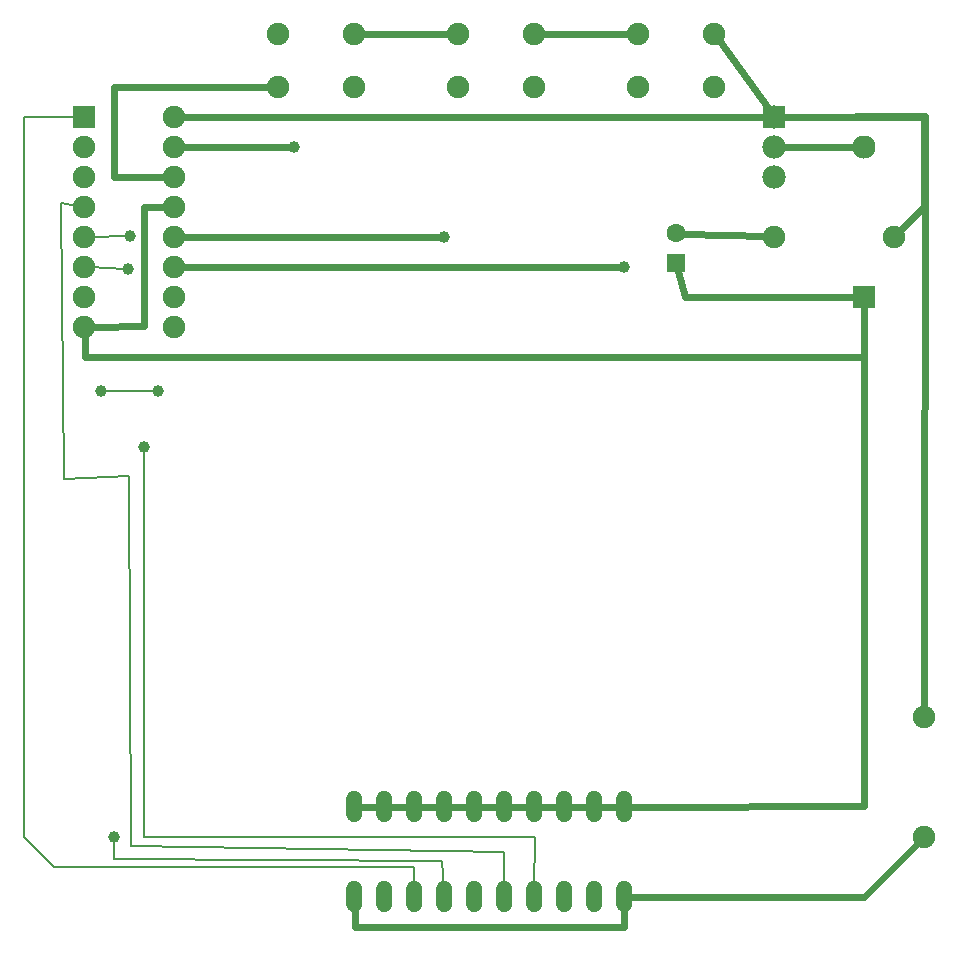
<source format=gtl>
G04 MADE WITH FRITZING*
G04 WWW.FRITZING.ORG*
G04 DOUBLE SIDED*
G04 HOLES PLATED*
G04 CONTOUR ON CENTER OF CONTOUR VECTOR*
%ASAXBY*%
%FSLAX23Y23*%
%MOIN*%
%OFA0B0*%
%SFA1.0B1.0*%
%ADD10C,0.062992*%
%ADD11C,0.075000*%
%ADD12C,0.077222*%
%ADD13C,0.078000*%
%ADD14C,0.052000*%
%ADD15C,0.039370*%
%ADD16R,0.062992X0.062992*%
%ADD17R,0.075000X0.075000*%
%ADD18R,0.077222X0.077222*%
%ADD19R,0.078000X0.078000*%
%ADD20C,0.024000*%
%ADD21C,0.008000*%
%ADD22R,0.001000X0.001000*%
%LNCOPPER1*%
G90*
G70*
G54D10*
X2193Y2262D03*
X2193Y2361D03*
G54D11*
X2522Y2350D03*
X2922Y2350D03*
X222Y2750D03*
X522Y2750D03*
X222Y2650D03*
X522Y2650D03*
X222Y2550D03*
X522Y2550D03*
X222Y2450D03*
X522Y2450D03*
X222Y2350D03*
X522Y2350D03*
X222Y2250D03*
X522Y2250D03*
X222Y2150D03*
X522Y2150D03*
X222Y2050D03*
X522Y2050D03*
G54D12*
X2822Y2650D03*
X2822Y2150D03*
X2822Y2650D03*
X2822Y2150D03*
G54D13*
X2522Y2750D03*
X2522Y2650D03*
X2522Y2550D03*
G54D14*
X1122Y150D03*
X1222Y150D03*
X1722Y150D03*
X1822Y150D03*
X1322Y150D03*
X1422Y150D03*
X1622Y150D03*
X1522Y150D03*
X1922Y150D03*
X2022Y150D03*
X2022Y450D03*
X1922Y450D03*
X1822Y450D03*
X1722Y450D03*
X1622Y450D03*
X1522Y450D03*
X1422Y450D03*
X1322Y450D03*
X1222Y450D03*
X1122Y450D03*
X1122Y150D03*
X1222Y150D03*
X1722Y150D03*
X1822Y150D03*
X1322Y150D03*
X1422Y150D03*
X1622Y150D03*
X1522Y150D03*
X1922Y150D03*
X2022Y150D03*
X2022Y450D03*
X1922Y450D03*
X1822Y450D03*
X1722Y450D03*
X1622Y450D03*
X1522Y450D03*
X1422Y450D03*
X1322Y450D03*
X1222Y450D03*
X1122Y450D03*
G54D11*
X1122Y2850D03*
X866Y2850D03*
X1122Y3027D03*
X866Y3027D03*
X1722Y2850D03*
X1466Y2850D03*
X1722Y3027D03*
X1466Y3027D03*
X2322Y2850D03*
X2066Y2850D03*
X2322Y3027D03*
X2066Y3027D03*
G54D15*
X1421Y2349D03*
X2021Y2248D03*
X922Y2650D03*
G54D11*
X3022Y350D03*
X3022Y750D03*
G54D15*
X322Y350D03*
X421Y1649D03*
X374Y2351D03*
X366Y2241D03*
X469Y1835D03*
X279Y1835D03*
G54D16*
X2193Y2262D03*
G54D17*
X222Y2750D03*
G54D18*
X2822Y2150D03*
X2822Y2150D03*
G54D19*
X2522Y2750D03*
G54D20*
X3022Y2452D02*
X2942Y2370D01*
D02*
X3022Y2750D02*
X3022Y2452D01*
D02*
X2552Y2750D02*
X3022Y2750D01*
D02*
X2223Y2149D02*
X2200Y2236D01*
D02*
X2795Y2150D02*
X2223Y2149D01*
D02*
X2494Y2351D02*
X2220Y2360D01*
D02*
X2552Y2650D02*
X2795Y2650D01*
D02*
X551Y2750D02*
X2492Y2750D01*
D02*
X224Y1950D02*
X223Y2021D01*
D02*
X2822Y1950D02*
X224Y1950D01*
D02*
X2822Y2122D02*
X2822Y1950D01*
D02*
X1149Y450D02*
X1195Y450D01*
D02*
X1249Y450D02*
X1295Y450D01*
D02*
X1349Y450D02*
X1395Y450D01*
D02*
X1449Y450D02*
X1495Y450D01*
D02*
X1549Y450D02*
X1595Y450D01*
D02*
X1649Y450D02*
X1695Y450D01*
D02*
X1749Y450D02*
X1795Y450D01*
D02*
X1849Y450D02*
X1895Y450D01*
D02*
X1949Y450D02*
X1995Y450D01*
D02*
X1438Y3027D02*
X1151Y3027D01*
D02*
X322Y2848D02*
X322Y2550D01*
D02*
X322Y2550D02*
X494Y2550D01*
D02*
X838Y2850D02*
X322Y2848D01*
D02*
X1751Y3027D02*
X2038Y3027D01*
D02*
X2505Y2774D02*
X2339Y3004D01*
D02*
X551Y2350D02*
X1402Y2349D01*
D02*
X2002Y2248D02*
X551Y2250D01*
D02*
X551Y2650D02*
X903Y2650D01*
D02*
X422Y2449D02*
X494Y2449D01*
D02*
X422Y2051D02*
X422Y2449D01*
D02*
X251Y2050D02*
X422Y2051D01*
D02*
X2022Y50D02*
X1124Y50D01*
D02*
X1124Y50D02*
X1123Y123D01*
D02*
X2022Y123D02*
X2022Y50D01*
D02*
X3023Y2751D02*
X3022Y778D01*
D02*
X2552Y2750D02*
X3023Y2751D01*
D02*
X2822Y451D02*
X2049Y450D01*
D02*
X2822Y2122D02*
X2822Y451D01*
D02*
X2822Y149D02*
X3002Y329D01*
D02*
X2049Y150D02*
X2822Y149D01*
G54D21*
D02*
X21Y350D02*
X21Y2749D01*
D02*
X21Y2749D02*
X199Y2750D01*
D02*
X122Y249D02*
X21Y350D01*
D02*
X1321Y250D02*
X122Y249D01*
D02*
X1322Y171D02*
X1321Y250D01*
D02*
X322Y276D02*
X1415Y270D01*
D02*
X322Y336D02*
X322Y276D01*
D02*
X1415Y270D02*
X1421Y171D01*
D02*
X155Y1542D02*
X371Y1552D01*
D02*
X371Y1552D02*
X376Y319D01*
D02*
X376Y319D02*
X1620Y300D01*
D02*
X1620Y300D02*
X1622Y171D01*
D02*
X143Y2462D02*
X155Y1542D01*
D02*
X199Y2453D02*
X143Y2462D01*
D02*
X421Y1635D02*
X421Y350D01*
D02*
X421Y350D02*
X1724Y350D01*
D02*
X1724Y350D02*
X1722Y171D01*
D02*
X245Y2350D02*
X360Y2351D01*
D02*
X245Y2248D02*
X353Y2242D01*
D02*
X293Y1835D02*
X456Y1835D01*
G54D22*
X1821Y503D02*
X1821Y503D01*
X1921Y503D02*
X1921Y503D01*
X2021Y503D02*
X2021Y503D01*
X1115Y502D02*
X1128Y502D01*
X1215Y502D02*
X1228Y502D01*
X1315Y502D02*
X1328Y502D01*
X1415Y502D02*
X1428Y502D01*
X1515Y502D02*
X1528Y502D01*
X1615Y502D02*
X1628Y502D01*
X1715Y502D02*
X1728Y502D01*
X1815Y502D02*
X1828Y502D01*
X1915Y502D02*
X1928Y502D01*
X2015Y502D02*
X2028Y502D01*
X1112Y501D02*
X1131Y501D01*
X1212Y501D02*
X1231Y501D01*
X1312Y501D02*
X1331Y501D01*
X1412Y501D02*
X1431Y501D01*
X1512Y501D02*
X1531Y501D01*
X1612Y501D02*
X1631Y501D01*
X1712Y501D02*
X1731Y501D01*
X1812Y501D02*
X1831Y501D01*
X1912Y501D02*
X1931Y501D01*
X2012Y501D02*
X2031Y501D01*
X1110Y500D02*
X1133Y500D01*
X1210Y500D02*
X1233Y500D01*
X1310Y500D02*
X1333Y500D01*
X1410Y500D02*
X1433Y500D01*
X1510Y500D02*
X1533Y500D01*
X1610Y500D02*
X1633Y500D01*
X1710Y500D02*
X1733Y500D01*
X1810Y500D02*
X1833Y500D01*
X1910Y500D02*
X1933Y500D01*
X2010Y500D02*
X2033Y500D01*
X1108Y499D02*
X1135Y499D01*
X1208Y499D02*
X1235Y499D01*
X1308Y499D02*
X1335Y499D01*
X1408Y499D02*
X1435Y499D01*
X1508Y499D02*
X1535Y499D01*
X1608Y499D02*
X1635Y499D01*
X1708Y499D02*
X1735Y499D01*
X1808Y499D02*
X1835Y499D01*
X1908Y499D02*
X1935Y499D01*
X2008Y499D02*
X2035Y499D01*
X1107Y498D02*
X1136Y498D01*
X1207Y498D02*
X1236Y498D01*
X1307Y498D02*
X1336Y498D01*
X1407Y498D02*
X1436Y498D01*
X1507Y498D02*
X1536Y498D01*
X1607Y498D02*
X1636Y498D01*
X1707Y498D02*
X1736Y498D01*
X1807Y498D02*
X1836Y498D01*
X1907Y498D02*
X1936Y498D01*
X2007Y498D02*
X2036Y498D01*
X1106Y497D02*
X1137Y497D01*
X1206Y497D02*
X1237Y497D01*
X1306Y497D02*
X1337Y497D01*
X1405Y497D02*
X1437Y497D01*
X1505Y497D02*
X1537Y497D01*
X1605Y497D02*
X1637Y497D01*
X1705Y497D02*
X1737Y497D01*
X1805Y497D02*
X1837Y497D01*
X1905Y497D02*
X1937Y497D01*
X2005Y497D02*
X2037Y497D01*
X1104Y496D02*
X1139Y496D01*
X1204Y496D02*
X1239Y496D01*
X1304Y496D02*
X1339Y496D01*
X1404Y496D02*
X1439Y496D01*
X1504Y496D02*
X1539Y496D01*
X1604Y496D02*
X1639Y496D01*
X1704Y496D02*
X1739Y496D01*
X1804Y496D02*
X1839Y496D01*
X1904Y496D02*
X1939Y496D01*
X2004Y496D02*
X2038Y496D01*
X1103Y495D02*
X1140Y495D01*
X1203Y495D02*
X1240Y495D01*
X1303Y495D02*
X1340Y495D01*
X1403Y495D02*
X1440Y495D01*
X1503Y495D02*
X1540Y495D01*
X1603Y495D02*
X1640Y495D01*
X1703Y495D02*
X1740Y495D01*
X1803Y495D02*
X1840Y495D01*
X1903Y495D02*
X1940Y495D01*
X2003Y495D02*
X2040Y495D01*
X1102Y494D02*
X1141Y494D01*
X1202Y494D02*
X1241Y494D01*
X1302Y494D02*
X1341Y494D01*
X1402Y494D02*
X1440Y494D01*
X1502Y494D02*
X1540Y494D01*
X1602Y494D02*
X1640Y494D01*
X1702Y494D02*
X1740Y494D01*
X1802Y494D02*
X1840Y494D01*
X1902Y494D02*
X1940Y494D01*
X2002Y494D02*
X2040Y494D01*
X1102Y493D02*
X1141Y493D01*
X1202Y493D02*
X1241Y493D01*
X1302Y493D02*
X1341Y493D01*
X1402Y493D02*
X1441Y493D01*
X1502Y493D02*
X1541Y493D01*
X1602Y493D02*
X1641Y493D01*
X1702Y493D02*
X1741Y493D01*
X1802Y493D02*
X1841Y493D01*
X1901Y493D02*
X1941Y493D01*
X2001Y493D02*
X2041Y493D01*
X1101Y492D02*
X1142Y492D01*
X1201Y492D02*
X1242Y492D01*
X1301Y492D02*
X1342Y492D01*
X1401Y492D02*
X1442Y492D01*
X1501Y492D02*
X1542Y492D01*
X1601Y492D02*
X1642Y492D01*
X1701Y492D02*
X1742Y492D01*
X1801Y492D02*
X1842Y492D01*
X1901Y492D02*
X1942Y492D01*
X2001Y492D02*
X2042Y492D01*
X1100Y491D02*
X1143Y491D01*
X1200Y491D02*
X1243Y491D01*
X1300Y491D02*
X1343Y491D01*
X1400Y491D02*
X1443Y491D01*
X1500Y491D02*
X1543Y491D01*
X1600Y491D02*
X1643Y491D01*
X1700Y491D02*
X1743Y491D01*
X1800Y491D02*
X1843Y491D01*
X1900Y491D02*
X1943Y491D01*
X2000Y491D02*
X2043Y491D01*
X1100Y490D02*
X1143Y490D01*
X1200Y490D02*
X1243Y490D01*
X1300Y490D02*
X1343Y490D01*
X1400Y490D02*
X1443Y490D01*
X1500Y490D02*
X1543Y490D01*
X1599Y490D02*
X1643Y490D01*
X1699Y490D02*
X1743Y490D01*
X1799Y490D02*
X1843Y490D01*
X1899Y490D02*
X1943Y490D01*
X1999Y490D02*
X2043Y490D01*
X1099Y489D02*
X1144Y489D01*
X1199Y489D02*
X1244Y489D01*
X1299Y489D02*
X1344Y489D01*
X1399Y489D02*
X1444Y489D01*
X1499Y489D02*
X1544Y489D01*
X1599Y489D02*
X1644Y489D01*
X1699Y489D02*
X1744Y489D01*
X1799Y489D02*
X1844Y489D01*
X1899Y489D02*
X1944Y489D01*
X1999Y489D02*
X2044Y489D01*
X1099Y488D02*
X1144Y488D01*
X1198Y488D02*
X1244Y488D01*
X1298Y488D02*
X1344Y488D01*
X1398Y488D02*
X1444Y488D01*
X1498Y488D02*
X1544Y488D01*
X1598Y488D02*
X1644Y488D01*
X1698Y488D02*
X1744Y488D01*
X1798Y488D02*
X1844Y488D01*
X1898Y488D02*
X1944Y488D01*
X1998Y488D02*
X2044Y488D01*
X1098Y487D02*
X1145Y487D01*
X1198Y487D02*
X1245Y487D01*
X1298Y487D02*
X1345Y487D01*
X1398Y487D02*
X1445Y487D01*
X1498Y487D02*
X1545Y487D01*
X1598Y487D02*
X1645Y487D01*
X1698Y487D02*
X1745Y487D01*
X1798Y487D02*
X1845Y487D01*
X1898Y487D02*
X1945Y487D01*
X1998Y487D02*
X2045Y487D01*
X1098Y486D02*
X1145Y486D01*
X1198Y486D02*
X1245Y486D01*
X1298Y486D02*
X1345Y486D01*
X1398Y486D02*
X1445Y486D01*
X1498Y486D02*
X1545Y486D01*
X1598Y486D02*
X1645Y486D01*
X1698Y486D02*
X1745Y486D01*
X1797Y486D02*
X1845Y486D01*
X1897Y486D02*
X1945Y486D01*
X1997Y486D02*
X2045Y486D01*
X1097Y485D02*
X1146Y485D01*
X1197Y485D02*
X1246Y485D01*
X1297Y485D02*
X1346Y485D01*
X1397Y485D02*
X1446Y485D01*
X1497Y485D02*
X1546Y485D01*
X1597Y485D02*
X1646Y485D01*
X1697Y485D02*
X1746Y485D01*
X1797Y485D02*
X1846Y485D01*
X1897Y485D02*
X1946Y485D01*
X1997Y485D02*
X2046Y485D01*
X1097Y484D02*
X1146Y484D01*
X1197Y484D02*
X1246Y484D01*
X1297Y484D02*
X1346Y484D01*
X1397Y484D02*
X1446Y484D01*
X1497Y484D02*
X1546Y484D01*
X1597Y484D02*
X1646Y484D01*
X1697Y484D02*
X1746Y484D01*
X1797Y484D02*
X1846Y484D01*
X1897Y484D02*
X1946Y484D01*
X1997Y484D02*
X2046Y484D01*
X1097Y483D02*
X1146Y483D01*
X1197Y483D02*
X1246Y483D01*
X1297Y483D02*
X1346Y483D01*
X1397Y483D02*
X1446Y483D01*
X1497Y483D02*
X1546Y483D01*
X1597Y483D02*
X1646Y483D01*
X1697Y483D02*
X1746Y483D01*
X1797Y483D02*
X1846Y483D01*
X1897Y483D02*
X1946Y483D01*
X1997Y483D02*
X2046Y483D01*
X1096Y482D02*
X1147Y482D01*
X1196Y482D02*
X1246Y482D01*
X1296Y482D02*
X1346Y482D01*
X1396Y482D02*
X1446Y482D01*
X1496Y482D02*
X1546Y482D01*
X1596Y482D02*
X1646Y482D01*
X1696Y482D02*
X1746Y482D01*
X1796Y482D02*
X1846Y482D01*
X1896Y482D02*
X1946Y482D01*
X1996Y482D02*
X2046Y482D01*
X1096Y481D02*
X1147Y481D01*
X1196Y481D02*
X1247Y481D01*
X1296Y481D02*
X1347Y481D01*
X1396Y481D02*
X1447Y481D01*
X1496Y481D02*
X1547Y481D01*
X1596Y481D02*
X1647Y481D01*
X1696Y481D02*
X1747Y481D01*
X1796Y481D02*
X1847Y481D01*
X1896Y481D02*
X1947Y481D01*
X1996Y481D02*
X2046Y481D01*
X1096Y480D02*
X1147Y480D01*
X1196Y480D02*
X1247Y480D01*
X1296Y480D02*
X1347Y480D01*
X1396Y480D02*
X1447Y480D01*
X1496Y480D02*
X1547Y480D01*
X1596Y480D02*
X1647Y480D01*
X1696Y480D02*
X1747Y480D01*
X1796Y480D02*
X1847Y480D01*
X1896Y480D02*
X1947Y480D01*
X1996Y480D02*
X2047Y480D01*
X1096Y479D02*
X1147Y479D01*
X1196Y479D02*
X1247Y479D01*
X1296Y479D02*
X1347Y479D01*
X1396Y479D02*
X1447Y479D01*
X1496Y479D02*
X1547Y479D01*
X1596Y479D02*
X1647Y479D01*
X1696Y479D02*
X1747Y479D01*
X1796Y479D02*
X1847Y479D01*
X1896Y479D02*
X1947Y479D01*
X1996Y479D02*
X2047Y479D01*
X1096Y478D02*
X1147Y478D01*
X1196Y478D02*
X1247Y478D01*
X1296Y478D02*
X1347Y478D01*
X1396Y478D02*
X1447Y478D01*
X1496Y478D02*
X1547Y478D01*
X1596Y478D02*
X1647Y478D01*
X1696Y478D02*
X1747Y478D01*
X1796Y478D02*
X1847Y478D01*
X1896Y478D02*
X1947Y478D01*
X1996Y478D02*
X2047Y478D01*
X1096Y477D02*
X1147Y477D01*
X1196Y477D02*
X1247Y477D01*
X1296Y477D02*
X1347Y477D01*
X1396Y477D02*
X1447Y477D01*
X1496Y477D02*
X1547Y477D01*
X1596Y477D02*
X1647Y477D01*
X1696Y477D02*
X1747Y477D01*
X1796Y477D02*
X1847Y477D01*
X1896Y477D02*
X1947Y477D01*
X1996Y477D02*
X2047Y477D01*
X1096Y476D02*
X1147Y476D01*
X1196Y476D02*
X1247Y476D01*
X1296Y476D02*
X1347Y476D01*
X1396Y476D02*
X1447Y476D01*
X1496Y476D02*
X1547Y476D01*
X1596Y476D02*
X1647Y476D01*
X1696Y476D02*
X1747Y476D01*
X1796Y476D02*
X1847Y476D01*
X1896Y476D02*
X1947Y476D01*
X1996Y476D02*
X2047Y476D01*
X1096Y475D02*
X1147Y475D01*
X1196Y475D02*
X1247Y475D01*
X1296Y475D02*
X1347Y475D01*
X1396Y475D02*
X1447Y475D01*
X1496Y475D02*
X1547Y475D01*
X1596Y475D02*
X1647Y475D01*
X1696Y475D02*
X1747Y475D01*
X1796Y475D02*
X1847Y475D01*
X1896Y475D02*
X1947Y475D01*
X1996Y475D02*
X2047Y475D01*
X1096Y474D02*
X1147Y474D01*
X1196Y474D02*
X1247Y474D01*
X1296Y474D02*
X1347Y474D01*
X1396Y474D02*
X1447Y474D01*
X1496Y474D02*
X1547Y474D01*
X1596Y474D02*
X1647Y474D01*
X1696Y474D02*
X1747Y474D01*
X1796Y474D02*
X1847Y474D01*
X1896Y474D02*
X1947Y474D01*
X1996Y474D02*
X2047Y474D01*
X1096Y473D02*
X1147Y473D01*
X1196Y473D02*
X1247Y473D01*
X1296Y473D02*
X1347Y473D01*
X1396Y473D02*
X1447Y473D01*
X1496Y473D02*
X1547Y473D01*
X1596Y473D02*
X1647Y473D01*
X1696Y473D02*
X1747Y473D01*
X1796Y473D02*
X1847Y473D01*
X1896Y473D02*
X1947Y473D01*
X1996Y473D02*
X2047Y473D01*
X1096Y472D02*
X1147Y472D01*
X1196Y472D02*
X1247Y472D01*
X1296Y472D02*
X1347Y472D01*
X1396Y472D02*
X1447Y472D01*
X1496Y472D02*
X1547Y472D01*
X1596Y472D02*
X1647Y472D01*
X1696Y472D02*
X1747Y472D01*
X1796Y472D02*
X1847Y472D01*
X1896Y472D02*
X1947Y472D01*
X1996Y472D02*
X2047Y472D01*
X1096Y471D02*
X1147Y471D01*
X1196Y471D02*
X1247Y471D01*
X1296Y471D02*
X1347Y471D01*
X1396Y471D02*
X1447Y471D01*
X1496Y471D02*
X1547Y471D01*
X1596Y471D02*
X1647Y471D01*
X1696Y471D02*
X1747Y471D01*
X1796Y471D02*
X1847Y471D01*
X1896Y471D02*
X1947Y471D01*
X1996Y471D02*
X2047Y471D01*
X1096Y470D02*
X1147Y470D01*
X1196Y470D02*
X1247Y470D01*
X1296Y470D02*
X1347Y470D01*
X1396Y470D02*
X1447Y470D01*
X1496Y470D02*
X1547Y470D01*
X1596Y470D02*
X1647Y470D01*
X1696Y470D02*
X1747Y470D01*
X1796Y470D02*
X1847Y470D01*
X1896Y470D02*
X1947Y470D01*
X1996Y470D02*
X2047Y470D01*
X1096Y469D02*
X1147Y469D01*
X1196Y469D02*
X1247Y469D01*
X1296Y469D02*
X1347Y469D01*
X1396Y469D02*
X1447Y469D01*
X1496Y469D02*
X1547Y469D01*
X1596Y469D02*
X1647Y469D01*
X1696Y469D02*
X1747Y469D01*
X1796Y469D02*
X1847Y469D01*
X1896Y469D02*
X1947Y469D01*
X1996Y469D02*
X2047Y469D01*
X1096Y468D02*
X1147Y468D01*
X1196Y468D02*
X1247Y468D01*
X1296Y468D02*
X1347Y468D01*
X1396Y468D02*
X1447Y468D01*
X1496Y468D02*
X1547Y468D01*
X1596Y468D02*
X1647Y468D01*
X1696Y468D02*
X1747Y468D01*
X1796Y468D02*
X1847Y468D01*
X1896Y468D02*
X1947Y468D01*
X1996Y468D02*
X2047Y468D01*
X1096Y467D02*
X1147Y467D01*
X1196Y467D02*
X1247Y467D01*
X1296Y467D02*
X1347Y467D01*
X1396Y467D02*
X1447Y467D01*
X1496Y467D02*
X1547Y467D01*
X1596Y467D02*
X1647Y467D01*
X1696Y467D02*
X1747Y467D01*
X1796Y467D02*
X1847Y467D01*
X1896Y467D02*
X1947Y467D01*
X1996Y467D02*
X2047Y467D01*
X1096Y466D02*
X1116Y466D01*
X1127Y466D02*
X1147Y466D01*
X1196Y466D02*
X1216Y466D01*
X1227Y466D02*
X1247Y466D01*
X1296Y466D02*
X1316Y466D01*
X1327Y466D02*
X1347Y466D01*
X1396Y466D02*
X1415Y466D01*
X1427Y466D02*
X1447Y466D01*
X1496Y466D02*
X1515Y466D01*
X1527Y466D02*
X1547Y466D01*
X1596Y466D02*
X1615Y466D01*
X1627Y466D02*
X1647Y466D01*
X1696Y466D02*
X1715Y466D01*
X1727Y466D02*
X1747Y466D01*
X1796Y466D02*
X1815Y466D01*
X1827Y466D02*
X1847Y466D01*
X1896Y466D02*
X1915Y466D01*
X1927Y466D02*
X1947Y466D01*
X1996Y466D02*
X2015Y466D01*
X2027Y466D02*
X2047Y466D01*
X1096Y465D02*
X1113Y465D01*
X1130Y465D02*
X1147Y465D01*
X1196Y465D02*
X1213Y465D01*
X1230Y465D02*
X1247Y465D01*
X1296Y465D02*
X1313Y465D01*
X1330Y465D02*
X1347Y465D01*
X1396Y465D02*
X1413Y465D01*
X1430Y465D02*
X1447Y465D01*
X1496Y465D02*
X1513Y465D01*
X1530Y465D02*
X1547Y465D01*
X1596Y465D02*
X1613Y465D01*
X1630Y465D02*
X1647Y465D01*
X1696Y465D02*
X1713Y465D01*
X1730Y465D02*
X1747Y465D01*
X1796Y465D02*
X1813Y465D01*
X1829Y465D02*
X1847Y465D01*
X1896Y465D02*
X1913Y465D01*
X1929Y465D02*
X1947Y465D01*
X1996Y465D02*
X2013Y465D01*
X2029Y465D02*
X2047Y465D01*
X1096Y464D02*
X1112Y464D01*
X1131Y464D02*
X1147Y464D01*
X1196Y464D02*
X1212Y464D01*
X1231Y464D02*
X1247Y464D01*
X1296Y464D02*
X1312Y464D01*
X1331Y464D02*
X1347Y464D01*
X1396Y464D02*
X1412Y464D01*
X1431Y464D02*
X1447Y464D01*
X1496Y464D02*
X1512Y464D01*
X1531Y464D02*
X1547Y464D01*
X1596Y464D02*
X1612Y464D01*
X1631Y464D02*
X1647Y464D01*
X1696Y464D02*
X1712Y464D01*
X1731Y464D02*
X1747Y464D01*
X1796Y464D02*
X1812Y464D01*
X1831Y464D02*
X1847Y464D01*
X1896Y464D02*
X1912Y464D01*
X1931Y464D02*
X1947Y464D01*
X1996Y464D02*
X2012Y464D01*
X2031Y464D02*
X2047Y464D01*
X1096Y463D02*
X1111Y463D01*
X1132Y463D02*
X1147Y463D01*
X1196Y463D02*
X1210Y463D01*
X1232Y463D02*
X1247Y463D01*
X1296Y463D02*
X1310Y463D01*
X1332Y463D02*
X1347Y463D01*
X1396Y463D02*
X1410Y463D01*
X1432Y463D02*
X1447Y463D01*
X1496Y463D02*
X1510Y463D01*
X1532Y463D02*
X1547Y463D01*
X1596Y463D02*
X1610Y463D01*
X1632Y463D02*
X1647Y463D01*
X1696Y463D02*
X1710Y463D01*
X1732Y463D02*
X1747Y463D01*
X1796Y463D02*
X1810Y463D01*
X1832Y463D02*
X1847Y463D01*
X1896Y463D02*
X1910Y463D01*
X1932Y463D02*
X1947Y463D01*
X1996Y463D02*
X2010Y463D01*
X2032Y463D02*
X2047Y463D01*
X1096Y462D02*
X1109Y462D01*
X1134Y462D02*
X1147Y462D01*
X1196Y462D02*
X1209Y462D01*
X1234Y462D02*
X1247Y462D01*
X1296Y462D02*
X1309Y462D01*
X1334Y462D02*
X1347Y462D01*
X1396Y462D02*
X1409Y462D01*
X1434Y462D02*
X1447Y462D01*
X1496Y462D02*
X1509Y462D01*
X1533Y462D02*
X1547Y462D01*
X1596Y462D02*
X1609Y462D01*
X1633Y462D02*
X1647Y462D01*
X1696Y462D02*
X1709Y462D01*
X1733Y462D02*
X1747Y462D01*
X1796Y462D02*
X1809Y462D01*
X1833Y462D02*
X1847Y462D01*
X1896Y462D02*
X1909Y462D01*
X1933Y462D02*
X1947Y462D01*
X1996Y462D02*
X2009Y462D01*
X2033Y462D02*
X2047Y462D01*
X1096Y461D02*
X1109Y461D01*
X1134Y461D02*
X1147Y461D01*
X1196Y461D02*
X1209Y461D01*
X1234Y461D02*
X1247Y461D01*
X1296Y461D02*
X1309Y461D01*
X1334Y461D02*
X1347Y461D01*
X1396Y461D02*
X1409Y461D01*
X1434Y461D02*
X1447Y461D01*
X1496Y461D02*
X1509Y461D01*
X1534Y461D02*
X1547Y461D01*
X1596Y461D02*
X1608Y461D01*
X1634Y461D02*
X1647Y461D01*
X1696Y461D02*
X1708Y461D01*
X1734Y461D02*
X1747Y461D01*
X1796Y461D02*
X1808Y461D01*
X1834Y461D02*
X1847Y461D01*
X1896Y461D02*
X1908Y461D01*
X1934Y461D02*
X1947Y461D01*
X1996Y461D02*
X2008Y461D01*
X2034Y461D02*
X2047Y461D01*
X1096Y460D02*
X1108Y460D01*
X1135Y460D02*
X1147Y460D01*
X1196Y460D02*
X1208Y460D01*
X1235Y460D02*
X1247Y460D01*
X1296Y460D02*
X1308Y460D01*
X1335Y460D02*
X1347Y460D01*
X1396Y460D02*
X1408Y460D01*
X1435Y460D02*
X1447Y460D01*
X1496Y460D02*
X1508Y460D01*
X1535Y460D02*
X1547Y460D01*
X1596Y460D02*
X1608Y460D01*
X1635Y460D02*
X1647Y460D01*
X1696Y460D02*
X1708Y460D01*
X1735Y460D02*
X1747Y460D01*
X1796Y460D02*
X1808Y460D01*
X1835Y460D02*
X1847Y460D01*
X1896Y460D02*
X1908Y460D01*
X1935Y460D02*
X1947Y460D01*
X1996Y460D02*
X2008Y460D01*
X2035Y460D02*
X2047Y460D01*
X1096Y459D02*
X1107Y459D01*
X1136Y459D02*
X1147Y459D01*
X1196Y459D02*
X1207Y459D01*
X1236Y459D02*
X1247Y459D01*
X1296Y459D02*
X1307Y459D01*
X1336Y459D02*
X1347Y459D01*
X1396Y459D02*
X1407Y459D01*
X1436Y459D02*
X1447Y459D01*
X1496Y459D02*
X1507Y459D01*
X1536Y459D02*
X1547Y459D01*
X1596Y459D02*
X1607Y459D01*
X1636Y459D02*
X1647Y459D01*
X1696Y459D02*
X1707Y459D01*
X1736Y459D02*
X1747Y459D01*
X1796Y459D02*
X1807Y459D01*
X1836Y459D02*
X1847Y459D01*
X1896Y459D02*
X1907Y459D01*
X1936Y459D02*
X1947Y459D01*
X1996Y459D02*
X2007Y459D01*
X2036Y459D02*
X2047Y459D01*
X1096Y458D02*
X1107Y458D01*
X1136Y458D02*
X1147Y458D01*
X1196Y458D02*
X1207Y458D01*
X1236Y458D02*
X1247Y458D01*
X1296Y458D02*
X1307Y458D01*
X1336Y458D02*
X1347Y458D01*
X1396Y458D02*
X1407Y458D01*
X1436Y458D02*
X1447Y458D01*
X1496Y458D02*
X1507Y458D01*
X1536Y458D02*
X1547Y458D01*
X1596Y458D02*
X1607Y458D01*
X1636Y458D02*
X1647Y458D01*
X1696Y458D02*
X1707Y458D01*
X1736Y458D02*
X1747Y458D01*
X1796Y458D02*
X1807Y458D01*
X1836Y458D02*
X1847Y458D01*
X1896Y458D02*
X1907Y458D01*
X1936Y458D02*
X1947Y458D01*
X1996Y458D02*
X2006Y458D01*
X2036Y458D02*
X2047Y458D01*
X1096Y457D02*
X1106Y457D01*
X1137Y457D02*
X1147Y457D01*
X1196Y457D02*
X1206Y457D01*
X1237Y457D02*
X1247Y457D01*
X1296Y457D02*
X1306Y457D01*
X1337Y457D02*
X1347Y457D01*
X1396Y457D02*
X1406Y457D01*
X1437Y457D02*
X1447Y457D01*
X1496Y457D02*
X1506Y457D01*
X1537Y457D02*
X1547Y457D01*
X1596Y457D02*
X1606Y457D01*
X1637Y457D02*
X1647Y457D01*
X1696Y457D02*
X1706Y457D01*
X1737Y457D02*
X1747Y457D01*
X1796Y457D02*
X1806Y457D01*
X1837Y457D02*
X1847Y457D01*
X1896Y457D02*
X1906Y457D01*
X1937Y457D02*
X1947Y457D01*
X1996Y457D02*
X2006Y457D01*
X2037Y457D02*
X2047Y457D01*
X1096Y456D02*
X1106Y456D01*
X1137Y456D02*
X1147Y456D01*
X1196Y456D02*
X1206Y456D01*
X1237Y456D02*
X1247Y456D01*
X1296Y456D02*
X1306Y456D01*
X1337Y456D02*
X1347Y456D01*
X1396Y456D02*
X1406Y456D01*
X1437Y456D02*
X1447Y456D01*
X1496Y456D02*
X1506Y456D01*
X1537Y456D02*
X1547Y456D01*
X1596Y456D02*
X1606Y456D01*
X1637Y456D02*
X1647Y456D01*
X1696Y456D02*
X1706Y456D01*
X1737Y456D02*
X1747Y456D01*
X1796Y456D02*
X1806Y456D01*
X1837Y456D02*
X1847Y456D01*
X1896Y456D02*
X1906Y456D01*
X1937Y456D02*
X1947Y456D01*
X1996Y456D02*
X2006Y456D01*
X2037Y456D02*
X2047Y456D01*
X1096Y455D02*
X1106Y455D01*
X1137Y455D02*
X1147Y455D01*
X1196Y455D02*
X1206Y455D01*
X1237Y455D02*
X1247Y455D01*
X1296Y455D02*
X1306Y455D01*
X1337Y455D02*
X1347Y455D01*
X1396Y455D02*
X1406Y455D01*
X1437Y455D02*
X1447Y455D01*
X1496Y455D02*
X1505Y455D01*
X1537Y455D02*
X1547Y455D01*
X1596Y455D02*
X1605Y455D01*
X1637Y455D02*
X1647Y455D01*
X1696Y455D02*
X1705Y455D01*
X1737Y455D02*
X1747Y455D01*
X1796Y455D02*
X1805Y455D01*
X1837Y455D02*
X1847Y455D01*
X1896Y455D02*
X1905Y455D01*
X1937Y455D02*
X1947Y455D01*
X1996Y455D02*
X2005Y455D01*
X2037Y455D02*
X2047Y455D01*
X1096Y454D02*
X1105Y454D01*
X1138Y454D02*
X1147Y454D01*
X1196Y454D02*
X1205Y454D01*
X1238Y454D02*
X1247Y454D01*
X1296Y454D02*
X1305Y454D01*
X1338Y454D02*
X1347Y454D01*
X1396Y454D02*
X1405Y454D01*
X1438Y454D02*
X1447Y454D01*
X1496Y454D02*
X1505Y454D01*
X1538Y454D02*
X1547Y454D01*
X1596Y454D02*
X1605Y454D01*
X1638Y454D02*
X1647Y454D01*
X1696Y454D02*
X1705Y454D01*
X1738Y454D02*
X1747Y454D01*
X1796Y454D02*
X1805Y454D01*
X1838Y454D02*
X1847Y454D01*
X1896Y454D02*
X1905Y454D01*
X1938Y454D02*
X1947Y454D01*
X1996Y454D02*
X2005Y454D01*
X2038Y454D02*
X2047Y454D01*
X1096Y453D02*
X1105Y453D01*
X1138Y453D02*
X1147Y453D01*
X1196Y453D02*
X1205Y453D01*
X1238Y453D02*
X1247Y453D01*
X1296Y453D02*
X1305Y453D01*
X1338Y453D02*
X1347Y453D01*
X1396Y453D02*
X1405Y453D01*
X1438Y453D02*
X1447Y453D01*
X1496Y453D02*
X1505Y453D01*
X1538Y453D02*
X1547Y453D01*
X1596Y453D02*
X1605Y453D01*
X1638Y453D02*
X1647Y453D01*
X1696Y453D02*
X1705Y453D01*
X1738Y453D02*
X1747Y453D01*
X1796Y453D02*
X1805Y453D01*
X1838Y453D02*
X1847Y453D01*
X1896Y453D02*
X1905Y453D01*
X1938Y453D02*
X1947Y453D01*
X1996Y453D02*
X2005Y453D01*
X2038Y453D02*
X2047Y453D01*
X1096Y452D02*
X1105Y452D01*
X1138Y452D02*
X1147Y452D01*
X1196Y452D02*
X1205Y452D01*
X1238Y452D02*
X1247Y452D01*
X1296Y452D02*
X1305Y452D01*
X1338Y452D02*
X1347Y452D01*
X1396Y452D02*
X1405Y452D01*
X1438Y452D02*
X1447Y452D01*
X1496Y452D02*
X1505Y452D01*
X1538Y452D02*
X1547Y452D01*
X1596Y452D02*
X1605Y452D01*
X1638Y452D02*
X1647Y452D01*
X1696Y452D02*
X1705Y452D01*
X1738Y452D02*
X1747Y452D01*
X1796Y452D02*
X1805Y452D01*
X1838Y452D02*
X1847Y452D01*
X1896Y452D02*
X1905Y452D01*
X1938Y452D02*
X1947Y452D01*
X1996Y452D02*
X2005Y452D01*
X2038Y452D02*
X2047Y452D01*
X1096Y451D02*
X1105Y451D01*
X1138Y451D02*
X1147Y451D01*
X1196Y451D02*
X1205Y451D01*
X1238Y451D02*
X1247Y451D01*
X1296Y451D02*
X1305Y451D01*
X1338Y451D02*
X1347Y451D01*
X1396Y451D02*
X1405Y451D01*
X1438Y451D02*
X1447Y451D01*
X1496Y451D02*
X1505Y451D01*
X1538Y451D02*
X1547Y451D01*
X1596Y451D02*
X1605Y451D01*
X1638Y451D02*
X1647Y451D01*
X1696Y451D02*
X1705Y451D01*
X1738Y451D02*
X1747Y451D01*
X1796Y451D02*
X1805Y451D01*
X1838Y451D02*
X1847Y451D01*
X1896Y451D02*
X1905Y451D01*
X1938Y451D02*
X1947Y451D01*
X1996Y451D02*
X2005Y451D01*
X2038Y451D02*
X2047Y451D01*
X1096Y450D02*
X1105Y450D01*
X1138Y450D02*
X1147Y450D01*
X1196Y450D02*
X1205Y450D01*
X1238Y450D02*
X1247Y450D01*
X1296Y450D02*
X1305Y450D01*
X1338Y450D02*
X1347Y450D01*
X1396Y450D02*
X1405Y450D01*
X1438Y450D02*
X1447Y450D01*
X1496Y450D02*
X1505Y450D01*
X1538Y450D02*
X1547Y450D01*
X1596Y450D02*
X1605Y450D01*
X1638Y450D02*
X1647Y450D01*
X1696Y450D02*
X1705Y450D01*
X1738Y450D02*
X1747Y450D01*
X1796Y450D02*
X1805Y450D01*
X1838Y450D02*
X1847Y450D01*
X1896Y450D02*
X1905Y450D01*
X1938Y450D02*
X1947Y450D01*
X1996Y450D02*
X2005Y450D01*
X2038Y450D02*
X2047Y450D01*
X1096Y449D02*
X1105Y449D01*
X1138Y449D02*
X1147Y449D01*
X1196Y449D02*
X1205Y449D01*
X1238Y449D02*
X1247Y449D01*
X1296Y449D02*
X1305Y449D01*
X1338Y449D02*
X1347Y449D01*
X1396Y449D02*
X1405Y449D01*
X1438Y449D02*
X1447Y449D01*
X1496Y449D02*
X1505Y449D01*
X1538Y449D02*
X1547Y449D01*
X1596Y449D02*
X1605Y449D01*
X1638Y449D02*
X1647Y449D01*
X1696Y449D02*
X1705Y449D01*
X1738Y449D02*
X1747Y449D01*
X1796Y449D02*
X1805Y449D01*
X1838Y449D02*
X1847Y449D01*
X1896Y449D02*
X1905Y449D01*
X1938Y449D02*
X1947Y449D01*
X1996Y449D02*
X2005Y449D01*
X2038Y449D02*
X2047Y449D01*
X1096Y448D02*
X1105Y448D01*
X1138Y448D02*
X1147Y448D01*
X1196Y448D02*
X1205Y448D01*
X1238Y448D02*
X1247Y448D01*
X1296Y448D02*
X1305Y448D01*
X1338Y448D02*
X1347Y448D01*
X1396Y448D02*
X1405Y448D01*
X1438Y448D02*
X1447Y448D01*
X1496Y448D02*
X1505Y448D01*
X1538Y448D02*
X1547Y448D01*
X1596Y448D02*
X1605Y448D01*
X1638Y448D02*
X1647Y448D01*
X1696Y448D02*
X1705Y448D01*
X1738Y448D02*
X1747Y448D01*
X1796Y448D02*
X1805Y448D01*
X1838Y448D02*
X1847Y448D01*
X1896Y448D02*
X1905Y448D01*
X1938Y448D02*
X1947Y448D01*
X1996Y448D02*
X2005Y448D01*
X2038Y448D02*
X2047Y448D01*
X1096Y447D02*
X1106Y447D01*
X1137Y447D02*
X1147Y447D01*
X1196Y447D02*
X1206Y447D01*
X1237Y447D02*
X1247Y447D01*
X1296Y447D02*
X1306Y447D01*
X1337Y447D02*
X1347Y447D01*
X1396Y447D02*
X1406Y447D01*
X1437Y447D02*
X1447Y447D01*
X1496Y447D02*
X1505Y447D01*
X1537Y447D02*
X1547Y447D01*
X1596Y447D02*
X1605Y447D01*
X1637Y447D02*
X1647Y447D01*
X1696Y447D02*
X1705Y447D01*
X1737Y447D02*
X1747Y447D01*
X1796Y447D02*
X1805Y447D01*
X1837Y447D02*
X1847Y447D01*
X1896Y447D02*
X1905Y447D01*
X1937Y447D02*
X1947Y447D01*
X1996Y447D02*
X2005Y447D01*
X2037Y447D02*
X2047Y447D01*
X1096Y446D02*
X1106Y446D01*
X1137Y446D02*
X1147Y446D01*
X1196Y446D02*
X1206Y446D01*
X1237Y446D02*
X1247Y446D01*
X1296Y446D02*
X1306Y446D01*
X1337Y446D02*
X1347Y446D01*
X1396Y446D02*
X1406Y446D01*
X1437Y446D02*
X1447Y446D01*
X1496Y446D02*
X1506Y446D01*
X1537Y446D02*
X1547Y446D01*
X1596Y446D02*
X1606Y446D01*
X1637Y446D02*
X1647Y446D01*
X1696Y446D02*
X1706Y446D01*
X1737Y446D02*
X1747Y446D01*
X1796Y446D02*
X1806Y446D01*
X1837Y446D02*
X1847Y446D01*
X1896Y446D02*
X1906Y446D01*
X1937Y446D02*
X1947Y446D01*
X1996Y446D02*
X2006Y446D01*
X2037Y446D02*
X2047Y446D01*
X1096Y445D02*
X1106Y445D01*
X1137Y445D02*
X1147Y445D01*
X1196Y445D02*
X1206Y445D01*
X1237Y445D02*
X1247Y445D01*
X1296Y445D02*
X1306Y445D01*
X1337Y445D02*
X1347Y445D01*
X1396Y445D02*
X1406Y445D01*
X1437Y445D02*
X1447Y445D01*
X1496Y445D02*
X1506Y445D01*
X1537Y445D02*
X1547Y445D01*
X1596Y445D02*
X1606Y445D01*
X1637Y445D02*
X1647Y445D01*
X1696Y445D02*
X1706Y445D01*
X1737Y445D02*
X1747Y445D01*
X1796Y445D02*
X1806Y445D01*
X1837Y445D02*
X1847Y445D01*
X1896Y445D02*
X1906Y445D01*
X1937Y445D02*
X1947Y445D01*
X1996Y445D02*
X2006Y445D01*
X2037Y445D02*
X2047Y445D01*
X1096Y444D02*
X1107Y444D01*
X1136Y444D02*
X1147Y444D01*
X1196Y444D02*
X1207Y444D01*
X1236Y444D02*
X1247Y444D01*
X1296Y444D02*
X1307Y444D01*
X1336Y444D02*
X1347Y444D01*
X1396Y444D02*
X1407Y444D01*
X1436Y444D02*
X1447Y444D01*
X1496Y444D02*
X1507Y444D01*
X1536Y444D02*
X1547Y444D01*
X1596Y444D02*
X1607Y444D01*
X1636Y444D02*
X1647Y444D01*
X1696Y444D02*
X1707Y444D01*
X1736Y444D02*
X1747Y444D01*
X1796Y444D02*
X1807Y444D01*
X1836Y444D02*
X1847Y444D01*
X1896Y444D02*
X1907Y444D01*
X1936Y444D02*
X1947Y444D01*
X1996Y444D02*
X2007Y444D01*
X2036Y444D02*
X2047Y444D01*
X1096Y443D02*
X1107Y443D01*
X1136Y443D02*
X1147Y443D01*
X1196Y443D02*
X1207Y443D01*
X1236Y443D02*
X1247Y443D01*
X1296Y443D02*
X1307Y443D01*
X1336Y443D02*
X1347Y443D01*
X1396Y443D02*
X1407Y443D01*
X1436Y443D02*
X1447Y443D01*
X1496Y443D02*
X1507Y443D01*
X1536Y443D02*
X1547Y443D01*
X1596Y443D02*
X1607Y443D01*
X1636Y443D02*
X1647Y443D01*
X1696Y443D02*
X1707Y443D01*
X1736Y443D02*
X1747Y443D01*
X1796Y443D02*
X1807Y443D01*
X1836Y443D02*
X1847Y443D01*
X1896Y443D02*
X1907Y443D01*
X1936Y443D02*
X1947Y443D01*
X1996Y443D02*
X2007Y443D01*
X2036Y443D02*
X2047Y443D01*
X1096Y442D02*
X1108Y442D01*
X1135Y442D02*
X1147Y442D01*
X1196Y442D02*
X1208Y442D01*
X1235Y442D02*
X1247Y442D01*
X1296Y442D02*
X1308Y442D01*
X1335Y442D02*
X1347Y442D01*
X1396Y442D02*
X1408Y442D01*
X1435Y442D02*
X1447Y442D01*
X1496Y442D02*
X1508Y442D01*
X1535Y442D02*
X1547Y442D01*
X1596Y442D02*
X1608Y442D01*
X1635Y442D02*
X1647Y442D01*
X1696Y442D02*
X1708Y442D01*
X1735Y442D02*
X1747Y442D01*
X1796Y442D02*
X1808Y442D01*
X1835Y442D02*
X1847Y442D01*
X1896Y442D02*
X1908Y442D01*
X1935Y442D02*
X1947Y442D01*
X1996Y442D02*
X2008Y442D01*
X2035Y442D02*
X2047Y442D01*
X1096Y441D02*
X1109Y441D01*
X1134Y441D02*
X1147Y441D01*
X1196Y441D02*
X1209Y441D01*
X1234Y441D02*
X1247Y441D01*
X1296Y441D02*
X1309Y441D01*
X1334Y441D02*
X1347Y441D01*
X1396Y441D02*
X1409Y441D01*
X1434Y441D02*
X1447Y441D01*
X1496Y441D02*
X1509Y441D01*
X1534Y441D02*
X1547Y441D01*
X1596Y441D02*
X1609Y441D01*
X1634Y441D02*
X1647Y441D01*
X1696Y441D02*
X1709Y441D01*
X1734Y441D02*
X1747Y441D01*
X1796Y441D02*
X1809Y441D01*
X1834Y441D02*
X1847Y441D01*
X1896Y441D02*
X1908Y441D01*
X1934Y441D02*
X1947Y441D01*
X1996Y441D02*
X2008Y441D01*
X2034Y441D02*
X2047Y441D01*
X1096Y440D02*
X1109Y440D01*
X1134Y440D02*
X1147Y440D01*
X1196Y440D02*
X1209Y440D01*
X1234Y440D02*
X1247Y440D01*
X1296Y440D02*
X1309Y440D01*
X1333Y440D02*
X1347Y440D01*
X1396Y440D02*
X1409Y440D01*
X1433Y440D02*
X1447Y440D01*
X1496Y440D02*
X1509Y440D01*
X1533Y440D02*
X1547Y440D01*
X1596Y440D02*
X1609Y440D01*
X1633Y440D02*
X1647Y440D01*
X1696Y440D02*
X1709Y440D01*
X1733Y440D02*
X1747Y440D01*
X1796Y440D02*
X1809Y440D01*
X1833Y440D02*
X1847Y440D01*
X1896Y440D02*
X1909Y440D01*
X1933Y440D02*
X1947Y440D01*
X1996Y440D02*
X2009Y440D01*
X2033Y440D02*
X2047Y440D01*
X1096Y439D02*
X1111Y439D01*
X1132Y439D02*
X1147Y439D01*
X1196Y439D02*
X1211Y439D01*
X1232Y439D02*
X1247Y439D01*
X1296Y439D02*
X1311Y439D01*
X1332Y439D02*
X1347Y439D01*
X1396Y439D02*
X1411Y439D01*
X1432Y439D02*
X1447Y439D01*
X1496Y439D02*
X1510Y439D01*
X1532Y439D02*
X1547Y439D01*
X1596Y439D02*
X1610Y439D01*
X1632Y439D02*
X1647Y439D01*
X1696Y439D02*
X1710Y439D01*
X1732Y439D02*
X1747Y439D01*
X1796Y439D02*
X1810Y439D01*
X1832Y439D02*
X1847Y439D01*
X1896Y439D02*
X1910Y439D01*
X1932Y439D02*
X1947Y439D01*
X1996Y439D02*
X2010Y439D01*
X2032Y439D02*
X2047Y439D01*
X1096Y438D02*
X1112Y438D01*
X1131Y438D02*
X1147Y438D01*
X1196Y438D02*
X1212Y438D01*
X1231Y438D02*
X1247Y438D01*
X1296Y438D02*
X1312Y438D01*
X1331Y438D02*
X1347Y438D01*
X1396Y438D02*
X1412Y438D01*
X1431Y438D02*
X1447Y438D01*
X1496Y438D02*
X1512Y438D01*
X1531Y438D02*
X1547Y438D01*
X1596Y438D02*
X1612Y438D01*
X1631Y438D02*
X1647Y438D01*
X1696Y438D02*
X1712Y438D01*
X1731Y438D02*
X1747Y438D01*
X1796Y438D02*
X1812Y438D01*
X1831Y438D02*
X1847Y438D01*
X1896Y438D02*
X1912Y438D01*
X1931Y438D02*
X1947Y438D01*
X1996Y438D02*
X2012Y438D01*
X2031Y438D02*
X2047Y438D01*
X1096Y437D02*
X1113Y437D01*
X1130Y437D02*
X1147Y437D01*
X1196Y437D02*
X1213Y437D01*
X1230Y437D02*
X1247Y437D01*
X1296Y437D02*
X1313Y437D01*
X1329Y437D02*
X1347Y437D01*
X1396Y437D02*
X1413Y437D01*
X1429Y437D02*
X1447Y437D01*
X1496Y437D02*
X1513Y437D01*
X1529Y437D02*
X1547Y437D01*
X1596Y437D02*
X1613Y437D01*
X1629Y437D02*
X1647Y437D01*
X1696Y437D02*
X1713Y437D01*
X1729Y437D02*
X1747Y437D01*
X1796Y437D02*
X1813Y437D01*
X1829Y437D02*
X1847Y437D01*
X1896Y437D02*
X1913Y437D01*
X1929Y437D02*
X1947Y437D01*
X1996Y437D02*
X2013Y437D01*
X2029Y437D02*
X2047Y437D01*
X1096Y436D02*
X1116Y436D01*
X1127Y436D02*
X1147Y436D01*
X1196Y436D02*
X1216Y436D01*
X1227Y436D02*
X1247Y436D01*
X1296Y436D02*
X1316Y436D01*
X1327Y436D02*
X1347Y436D01*
X1396Y436D02*
X1416Y436D01*
X1427Y436D02*
X1447Y436D01*
X1496Y436D02*
X1516Y436D01*
X1527Y436D02*
X1547Y436D01*
X1596Y436D02*
X1616Y436D01*
X1627Y436D02*
X1647Y436D01*
X1696Y436D02*
X1716Y436D01*
X1727Y436D02*
X1747Y436D01*
X1796Y436D02*
X1816Y436D01*
X1827Y436D02*
X1847Y436D01*
X1896Y436D02*
X1916Y436D01*
X1927Y436D02*
X1947Y436D01*
X1996Y436D02*
X2016Y436D01*
X2027Y436D02*
X2047Y436D01*
X1096Y435D02*
X1147Y435D01*
X1196Y435D02*
X1247Y435D01*
X1296Y435D02*
X1347Y435D01*
X1396Y435D02*
X1447Y435D01*
X1496Y435D02*
X1547Y435D01*
X1596Y435D02*
X1647Y435D01*
X1696Y435D02*
X1747Y435D01*
X1796Y435D02*
X1847Y435D01*
X1896Y435D02*
X1947Y435D01*
X1996Y435D02*
X2047Y435D01*
X1096Y434D02*
X1147Y434D01*
X1196Y434D02*
X1247Y434D01*
X1296Y434D02*
X1347Y434D01*
X1396Y434D02*
X1447Y434D01*
X1496Y434D02*
X1547Y434D01*
X1596Y434D02*
X1647Y434D01*
X1696Y434D02*
X1747Y434D01*
X1796Y434D02*
X1847Y434D01*
X1896Y434D02*
X1947Y434D01*
X1996Y434D02*
X2047Y434D01*
X1096Y433D02*
X1147Y433D01*
X1196Y433D02*
X1247Y433D01*
X1296Y433D02*
X1347Y433D01*
X1396Y433D02*
X1447Y433D01*
X1496Y433D02*
X1547Y433D01*
X1596Y433D02*
X1647Y433D01*
X1696Y433D02*
X1747Y433D01*
X1796Y433D02*
X1847Y433D01*
X1896Y433D02*
X1947Y433D01*
X1996Y433D02*
X2047Y433D01*
X1096Y432D02*
X1147Y432D01*
X1196Y432D02*
X1247Y432D01*
X1296Y432D02*
X1347Y432D01*
X1396Y432D02*
X1447Y432D01*
X1496Y432D02*
X1547Y432D01*
X1596Y432D02*
X1647Y432D01*
X1696Y432D02*
X1747Y432D01*
X1796Y432D02*
X1847Y432D01*
X1896Y432D02*
X1947Y432D01*
X1996Y432D02*
X2047Y432D01*
X1096Y431D02*
X1147Y431D01*
X1196Y431D02*
X1247Y431D01*
X1296Y431D02*
X1347Y431D01*
X1396Y431D02*
X1447Y431D01*
X1496Y431D02*
X1547Y431D01*
X1596Y431D02*
X1647Y431D01*
X1696Y431D02*
X1747Y431D01*
X1796Y431D02*
X1847Y431D01*
X1896Y431D02*
X1947Y431D01*
X1996Y431D02*
X2047Y431D01*
X1096Y430D02*
X1147Y430D01*
X1196Y430D02*
X1247Y430D01*
X1296Y430D02*
X1347Y430D01*
X1396Y430D02*
X1447Y430D01*
X1496Y430D02*
X1547Y430D01*
X1596Y430D02*
X1647Y430D01*
X1696Y430D02*
X1747Y430D01*
X1796Y430D02*
X1847Y430D01*
X1896Y430D02*
X1947Y430D01*
X1996Y430D02*
X2047Y430D01*
X1096Y429D02*
X1147Y429D01*
X1196Y429D02*
X1247Y429D01*
X1296Y429D02*
X1347Y429D01*
X1396Y429D02*
X1447Y429D01*
X1496Y429D02*
X1547Y429D01*
X1596Y429D02*
X1647Y429D01*
X1696Y429D02*
X1747Y429D01*
X1796Y429D02*
X1847Y429D01*
X1896Y429D02*
X1947Y429D01*
X1996Y429D02*
X2047Y429D01*
X1096Y428D02*
X1147Y428D01*
X1196Y428D02*
X1247Y428D01*
X1296Y428D02*
X1347Y428D01*
X1396Y428D02*
X1447Y428D01*
X1496Y428D02*
X1547Y428D01*
X1596Y428D02*
X1647Y428D01*
X1696Y428D02*
X1747Y428D01*
X1796Y428D02*
X1847Y428D01*
X1896Y428D02*
X1947Y428D01*
X1996Y428D02*
X2047Y428D01*
X1096Y427D02*
X1147Y427D01*
X1196Y427D02*
X1247Y427D01*
X1296Y427D02*
X1347Y427D01*
X1396Y427D02*
X1447Y427D01*
X1496Y427D02*
X1547Y427D01*
X1596Y427D02*
X1647Y427D01*
X1696Y427D02*
X1747Y427D01*
X1796Y427D02*
X1847Y427D01*
X1896Y427D02*
X1947Y427D01*
X1996Y427D02*
X2047Y427D01*
X1096Y426D02*
X1147Y426D01*
X1196Y426D02*
X1247Y426D01*
X1296Y426D02*
X1347Y426D01*
X1396Y426D02*
X1447Y426D01*
X1496Y426D02*
X1547Y426D01*
X1596Y426D02*
X1647Y426D01*
X1696Y426D02*
X1747Y426D01*
X1796Y426D02*
X1847Y426D01*
X1896Y426D02*
X1947Y426D01*
X1996Y426D02*
X2047Y426D01*
X1096Y425D02*
X1147Y425D01*
X1196Y425D02*
X1247Y425D01*
X1296Y425D02*
X1347Y425D01*
X1396Y425D02*
X1447Y425D01*
X1496Y425D02*
X1547Y425D01*
X1596Y425D02*
X1647Y425D01*
X1696Y425D02*
X1747Y425D01*
X1796Y425D02*
X1847Y425D01*
X1896Y425D02*
X1947Y425D01*
X1996Y425D02*
X2047Y425D01*
X1096Y424D02*
X1147Y424D01*
X1196Y424D02*
X1247Y424D01*
X1296Y424D02*
X1347Y424D01*
X1396Y424D02*
X1447Y424D01*
X1496Y424D02*
X1547Y424D01*
X1596Y424D02*
X1647Y424D01*
X1696Y424D02*
X1747Y424D01*
X1796Y424D02*
X1847Y424D01*
X1896Y424D02*
X1947Y424D01*
X1996Y424D02*
X2047Y424D01*
X1096Y423D02*
X1147Y423D01*
X1196Y423D02*
X1247Y423D01*
X1296Y423D02*
X1347Y423D01*
X1396Y423D02*
X1447Y423D01*
X1496Y423D02*
X1547Y423D01*
X1596Y423D02*
X1647Y423D01*
X1696Y423D02*
X1747Y423D01*
X1796Y423D02*
X1847Y423D01*
X1896Y423D02*
X1947Y423D01*
X1996Y423D02*
X2047Y423D01*
X1096Y422D02*
X1147Y422D01*
X1196Y422D02*
X1247Y422D01*
X1296Y422D02*
X1347Y422D01*
X1396Y422D02*
X1447Y422D01*
X1496Y422D02*
X1547Y422D01*
X1596Y422D02*
X1647Y422D01*
X1696Y422D02*
X1747Y422D01*
X1796Y422D02*
X1847Y422D01*
X1896Y422D02*
X1947Y422D01*
X1996Y422D02*
X2047Y422D01*
X1096Y421D02*
X1147Y421D01*
X1196Y421D02*
X1247Y421D01*
X1296Y421D02*
X1347Y421D01*
X1396Y421D02*
X1447Y421D01*
X1496Y421D02*
X1547Y421D01*
X1596Y421D02*
X1647Y421D01*
X1696Y421D02*
X1747Y421D01*
X1796Y421D02*
X1847Y421D01*
X1896Y421D02*
X1946Y421D01*
X1996Y421D02*
X2046Y421D01*
X1096Y420D02*
X1146Y420D01*
X1196Y420D02*
X1246Y420D01*
X1296Y420D02*
X1346Y420D01*
X1396Y420D02*
X1446Y420D01*
X1496Y420D02*
X1546Y420D01*
X1596Y420D02*
X1646Y420D01*
X1696Y420D02*
X1746Y420D01*
X1796Y420D02*
X1846Y420D01*
X1896Y420D02*
X1946Y420D01*
X1996Y420D02*
X2046Y420D01*
X1097Y419D02*
X1146Y419D01*
X1197Y419D02*
X1246Y419D01*
X1297Y419D02*
X1346Y419D01*
X1397Y419D02*
X1446Y419D01*
X1497Y419D02*
X1546Y419D01*
X1597Y419D02*
X1646Y419D01*
X1697Y419D02*
X1746Y419D01*
X1797Y419D02*
X1846Y419D01*
X1897Y419D02*
X1946Y419D01*
X1997Y419D02*
X2046Y419D01*
X1097Y418D02*
X1146Y418D01*
X1197Y418D02*
X1246Y418D01*
X1297Y418D02*
X1346Y418D01*
X1397Y418D02*
X1446Y418D01*
X1497Y418D02*
X1546Y418D01*
X1597Y418D02*
X1646Y418D01*
X1697Y418D02*
X1746Y418D01*
X1797Y418D02*
X1846Y418D01*
X1897Y418D02*
X1946Y418D01*
X1997Y418D02*
X2046Y418D01*
X1097Y417D02*
X1146Y417D01*
X1197Y417D02*
X1246Y417D01*
X1297Y417D02*
X1346Y417D01*
X1397Y417D02*
X1446Y417D01*
X1497Y417D02*
X1546Y417D01*
X1597Y417D02*
X1646Y417D01*
X1697Y417D02*
X1746Y417D01*
X1797Y417D02*
X1846Y417D01*
X1897Y417D02*
X1946Y417D01*
X1997Y417D02*
X2046Y417D01*
X1098Y416D02*
X1145Y416D01*
X1198Y416D02*
X1245Y416D01*
X1298Y416D02*
X1345Y416D01*
X1398Y416D02*
X1445Y416D01*
X1498Y416D02*
X1545Y416D01*
X1598Y416D02*
X1645Y416D01*
X1698Y416D02*
X1745Y416D01*
X1798Y416D02*
X1845Y416D01*
X1897Y416D02*
X1945Y416D01*
X1997Y416D02*
X2045Y416D01*
X1098Y415D02*
X1145Y415D01*
X1198Y415D02*
X1245Y415D01*
X1298Y415D02*
X1345Y415D01*
X1398Y415D02*
X1445Y415D01*
X1498Y415D02*
X1545Y415D01*
X1598Y415D02*
X1645Y415D01*
X1698Y415D02*
X1745Y415D01*
X1798Y415D02*
X1845Y415D01*
X1898Y415D02*
X1945Y415D01*
X1998Y415D02*
X2045Y415D01*
X1099Y414D02*
X1144Y414D01*
X1199Y414D02*
X1244Y414D01*
X1299Y414D02*
X1344Y414D01*
X1398Y414D02*
X1444Y414D01*
X1498Y414D02*
X1544Y414D01*
X1598Y414D02*
X1644Y414D01*
X1698Y414D02*
X1744Y414D01*
X1798Y414D02*
X1844Y414D01*
X1898Y414D02*
X1944Y414D01*
X1998Y414D02*
X2044Y414D01*
X1099Y413D02*
X1144Y413D01*
X1199Y413D02*
X1244Y413D01*
X1299Y413D02*
X1344Y413D01*
X1399Y413D02*
X1444Y413D01*
X1499Y413D02*
X1544Y413D01*
X1599Y413D02*
X1644Y413D01*
X1699Y413D02*
X1744Y413D01*
X1799Y413D02*
X1844Y413D01*
X1899Y413D02*
X1944Y413D01*
X1999Y413D02*
X2044Y413D01*
X1100Y412D02*
X1143Y412D01*
X1200Y412D02*
X1243Y412D01*
X1300Y412D02*
X1343Y412D01*
X1400Y412D02*
X1443Y412D01*
X1500Y412D02*
X1543Y412D01*
X1600Y412D02*
X1643Y412D01*
X1700Y412D02*
X1743Y412D01*
X1799Y412D02*
X1843Y412D01*
X1899Y412D02*
X1943Y412D01*
X1999Y412D02*
X2043Y412D01*
X1100Y411D02*
X1143Y411D01*
X1200Y411D02*
X1243Y411D01*
X1300Y411D02*
X1343Y411D01*
X1400Y411D02*
X1443Y411D01*
X1500Y411D02*
X1543Y411D01*
X1600Y411D02*
X1643Y411D01*
X1700Y411D02*
X1743Y411D01*
X1800Y411D02*
X1843Y411D01*
X1900Y411D02*
X1943Y411D01*
X2000Y411D02*
X2043Y411D01*
X1101Y410D02*
X1142Y410D01*
X1201Y410D02*
X1242Y410D01*
X1301Y410D02*
X1342Y410D01*
X1401Y410D02*
X1442Y410D01*
X1501Y410D02*
X1542Y410D01*
X1601Y410D02*
X1642Y410D01*
X1701Y410D02*
X1742Y410D01*
X1801Y410D02*
X1842Y410D01*
X1901Y410D02*
X1942Y410D01*
X2001Y410D02*
X2042Y410D01*
X1102Y409D02*
X1141Y409D01*
X1202Y409D02*
X1241Y409D01*
X1302Y409D02*
X1341Y409D01*
X1402Y409D02*
X1441Y409D01*
X1502Y409D02*
X1541Y409D01*
X1602Y409D02*
X1641Y409D01*
X1702Y409D02*
X1741Y409D01*
X1802Y409D02*
X1841Y409D01*
X1902Y409D02*
X1941Y409D01*
X2001Y409D02*
X2041Y409D01*
X1103Y408D02*
X1141Y408D01*
X1202Y408D02*
X1240Y408D01*
X1302Y408D02*
X1340Y408D01*
X1402Y408D02*
X1440Y408D01*
X1502Y408D02*
X1540Y408D01*
X1602Y408D02*
X1640Y408D01*
X1702Y408D02*
X1740Y408D01*
X1802Y408D02*
X1840Y408D01*
X1902Y408D02*
X1940Y408D01*
X2002Y408D02*
X2040Y408D01*
X1103Y407D02*
X1140Y407D01*
X1203Y407D02*
X1240Y407D01*
X1303Y407D02*
X1340Y407D01*
X1403Y407D02*
X1440Y407D01*
X1503Y407D02*
X1540Y407D01*
X1603Y407D02*
X1640Y407D01*
X1703Y407D02*
X1740Y407D01*
X1803Y407D02*
X1840Y407D01*
X1903Y407D02*
X1940Y407D01*
X2003Y407D02*
X2039Y407D01*
X1104Y406D02*
X1139Y406D01*
X1204Y406D02*
X1239Y406D01*
X1304Y406D02*
X1339Y406D01*
X1404Y406D02*
X1439Y406D01*
X1504Y406D02*
X1539Y406D01*
X1604Y406D02*
X1639Y406D01*
X1704Y406D02*
X1738Y406D01*
X1804Y406D02*
X1838Y406D01*
X1904Y406D02*
X1938Y406D01*
X2004Y406D02*
X2038Y406D01*
X1106Y405D02*
X1137Y405D01*
X1206Y405D02*
X1237Y405D01*
X1306Y405D02*
X1337Y405D01*
X1406Y405D02*
X1437Y405D01*
X1506Y405D02*
X1537Y405D01*
X1606Y405D02*
X1637Y405D01*
X1705Y405D02*
X1737Y405D01*
X1805Y405D02*
X1837Y405D01*
X1905Y405D02*
X1937Y405D01*
X2005Y405D02*
X2037Y405D01*
X1107Y404D02*
X1136Y404D01*
X1207Y404D02*
X1236Y404D01*
X1307Y404D02*
X1336Y404D01*
X1407Y404D02*
X1436Y404D01*
X1507Y404D02*
X1536Y404D01*
X1607Y404D02*
X1636Y404D01*
X1707Y404D02*
X1736Y404D01*
X1807Y404D02*
X1836Y404D01*
X1907Y404D02*
X1936Y404D01*
X2007Y404D02*
X2036Y404D01*
X1108Y403D02*
X1135Y403D01*
X1208Y403D02*
X1235Y403D01*
X1308Y403D02*
X1335Y403D01*
X1408Y403D02*
X1435Y403D01*
X1508Y403D02*
X1535Y403D01*
X1608Y403D02*
X1635Y403D01*
X1708Y403D02*
X1735Y403D01*
X1808Y403D02*
X1835Y403D01*
X1908Y403D02*
X1935Y403D01*
X2008Y403D02*
X2034Y403D01*
X1110Y402D02*
X1133Y402D01*
X1210Y402D02*
X1233Y402D01*
X1310Y402D02*
X1333Y402D01*
X1410Y402D02*
X1433Y402D01*
X1510Y402D02*
X1533Y402D01*
X1610Y402D02*
X1633Y402D01*
X1710Y402D02*
X1733Y402D01*
X1810Y402D02*
X1833Y402D01*
X1910Y402D02*
X1933Y402D01*
X2010Y402D02*
X2033Y402D01*
X1112Y401D02*
X1131Y401D01*
X1212Y401D02*
X1231Y401D01*
X1312Y401D02*
X1331Y401D01*
X1412Y401D02*
X1431Y401D01*
X1512Y401D02*
X1531Y401D01*
X1612Y401D02*
X1631Y401D01*
X1712Y401D02*
X1731Y401D01*
X1812Y401D02*
X1831Y401D01*
X1912Y401D02*
X1931Y401D01*
X2012Y401D02*
X2031Y401D01*
X1115Y400D02*
X1128Y400D01*
X1215Y400D02*
X1228Y400D01*
X1315Y400D02*
X1328Y400D01*
X1415Y400D02*
X1428Y400D01*
X1515Y400D02*
X1528Y400D01*
X1615Y400D02*
X1628Y400D01*
X1715Y400D02*
X1728Y400D01*
X1815Y400D02*
X1828Y400D01*
X1915Y400D02*
X1928Y400D01*
X2015Y400D02*
X2028Y400D01*
X1120Y203D02*
X1123Y203D01*
X1220Y203D02*
X1223Y203D01*
X1320Y203D02*
X1323Y203D01*
X1420Y203D02*
X1423Y203D01*
X1520Y203D02*
X1522Y203D01*
X1620Y203D02*
X1622Y203D01*
X1720Y203D02*
X1722Y203D01*
X1820Y203D02*
X1822Y203D01*
X1920Y203D02*
X1922Y203D01*
X2020Y203D02*
X2022Y203D01*
X1115Y202D02*
X1128Y202D01*
X1215Y202D02*
X1228Y202D01*
X1315Y202D02*
X1328Y202D01*
X1415Y202D02*
X1428Y202D01*
X1515Y202D02*
X1528Y202D01*
X1615Y202D02*
X1628Y202D01*
X1715Y202D02*
X1728Y202D01*
X1814Y202D02*
X1828Y202D01*
X1914Y202D02*
X1928Y202D01*
X2014Y202D02*
X2028Y202D01*
X1112Y201D02*
X1131Y201D01*
X1212Y201D02*
X1231Y201D01*
X1312Y201D02*
X1331Y201D01*
X1412Y201D02*
X1431Y201D01*
X1512Y201D02*
X1531Y201D01*
X1612Y201D02*
X1631Y201D01*
X1712Y201D02*
X1731Y201D01*
X1812Y201D02*
X1831Y201D01*
X1912Y201D02*
X1931Y201D01*
X2012Y201D02*
X2031Y201D01*
X1110Y200D02*
X1133Y200D01*
X1210Y200D02*
X1233Y200D01*
X1310Y200D02*
X1333Y200D01*
X1410Y200D02*
X1433Y200D01*
X1510Y200D02*
X1533Y200D01*
X1610Y200D02*
X1633Y200D01*
X1710Y200D02*
X1733Y200D01*
X1810Y200D02*
X1833Y200D01*
X1910Y200D02*
X1933Y200D01*
X2010Y200D02*
X2033Y200D01*
X1108Y199D02*
X1135Y199D01*
X1208Y199D02*
X1235Y199D01*
X1308Y199D02*
X1335Y199D01*
X1408Y199D02*
X1435Y199D01*
X1508Y199D02*
X1535Y199D01*
X1608Y199D02*
X1635Y199D01*
X1708Y199D02*
X1735Y199D01*
X1808Y199D02*
X1835Y199D01*
X1908Y199D02*
X1935Y199D01*
X2008Y199D02*
X2035Y199D01*
X1107Y198D02*
X1136Y198D01*
X1207Y198D02*
X1236Y198D01*
X1307Y198D02*
X1336Y198D01*
X1407Y198D02*
X1436Y198D01*
X1507Y198D02*
X1536Y198D01*
X1607Y198D02*
X1636Y198D01*
X1707Y198D02*
X1736Y198D01*
X1807Y198D02*
X1836Y198D01*
X1907Y198D02*
X1936Y198D01*
X2007Y198D02*
X2036Y198D01*
X1105Y197D02*
X1138Y197D01*
X1205Y197D02*
X1237Y197D01*
X1305Y197D02*
X1337Y197D01*
X1405Y197D02*
X1437Y197D01*
X1505Y197D02*
X1537Y197D01*
X1605Y197D02*
X1637Y197D01*
X1705Y197D02*
X1737Y197D01*
X1805Y197D02*
X1837Y197D01*
X1905Y197D02*
X1937Y197D01*
X2005Y197D02*
X2037Y197D01*
X1104Y196D02*
X1139Y196D01*
X1204Y196D02*
X1239Y196D01*
X1304Y196D02*
X1339Y196D01*
X1404Y196D02*
X1439Y196D01*
X1504Y196D02*
X1539Y196D01*
X1604Y196D02*
X1639Y196D01*
X1704Y196D02*
X1739Y196D01*
X1804Y196D02*
X1839Y196D01*
X1904Y196D02*
X1939Y196D01*
X2004Y196D02*
X2039Y196D01*
X1103Y195D02*
X1140Y195D01*
X1203Y195D02*
X1240Y195D01*
X1303Y195D02*
X1340Y195D01*
X1403Y195D02*
X1440Y195D01*
X1503Y195D02*
X1540Y195D01*
X1603Y195D02*
X1640Y195D01*
X1703Y195D02*
X1740Y195D01*
X1803Y195D02*
X1840Y195D01*
X1903Y195D02*
X1940Y195D01*
X2003Y195D02*
X2040Y195D01*
X1102Y194D02*
X1141Y194D01*
X1202Y194D02*
X1241Y194D01*
X1302Y194D02*
X1341Y194D01*
X1402Y194D02*
X1441Y194D01*
X1502Y194D02*
X1541Y194D01*
X1602Y194D02*
X1640Y194D01*
X1702Y194D02*
X1740Y194D01*
X1802Y194D02*
X1840Y194D01*
X1902Y194D02*
X1940Y194D01*
X2002Y194D02*
X2040Y194D01*
X1102Y193D02*
X1141Y193D01*
X1202Y193D02*
X1241Y193D01*
X1302Y193D02*
X1341Y193D01*
X1402Y193D02*
X1441Y193D01*
X1502Y193D02*
X1541Y193D01*
X1601Y193D02*
X1641Y193D01*
X1701Y193D02*
X1741Y193D01*
X1801Y193D02*
X1841Y193D01*
X1901Y193D02*
X1941Y193D01*
X2001Y193D02*
X2041Y193D01*
X1101Y192D02*
X1142Y192D01*
X1201Y192D02*
X1242Y192D01*
X1301Y192D02*
X1342Y192D01*
X1401Y192D02*
X1442Y192D01*
X1501Y192D02*
X1542Y192D01*
X1601Y192D02*
X1642Y192D01*
X1701Y192D02*
X1742Y192D01*
X1801Y192D02*
X1842Y192D01*
X1901Y192D02*
X1942Y192D01*
X2001Y192D02*
X2042Y192D01*
X1100Y191D02*
X1143Y191D01*
X1200Y191D02*
X1243Y191D01*
X1300Y191D02*
X1343Y191D01*
X1400Y191D02*
X1443Y191D01*
X1500Y191D02*
X1543Y191D01*
X1600Y191D02*
X1643Y191D01*
X1700Y191D02*
X1743Y191D01*
X1800Y191D02*
X1843Y191D01*
X1900Y191D02*
X1943Y191D01*
X2000Y191D02*
X2043Y191D01*
X1100Y190D02*
X1143Y190D01*
X1200Y190D02*
X1243Y190D01*
X1300Y190D02*
X1343Y190D01*
X1400Y190D02*
X1443Y190D01*
X1499Y190D02*
X1543Y190D01*
X1599Y190D02*
X1643Y190D01*
X1699Y190D02*
X1743Y190D01*
X1799Y190D02*
X1843Y190D01*
X1899Y190D02*
X1943Y190D01*
X1999Y190D02*
X2043Y190D01*
X1099Y189D02*
X1144Y189D01*
X1199Y189D02*
X1244Y189D01*
X1299Y189D02*
X1344Y189D01*
X1399Y189D02*
X1444Y189D01*
X1499Y189D02*
X1544Y189D01*
X1599Y189D02*
X1644Y189D01*
X1699Y189D02*
X1744Y189D01*
X1799Y189D02*
X1844Y189D01*
X1899Y189D02*
X1944Y189D01*
X1999Y189D02*
X2044Y189D01*
X1098Y188D02*
X1145Y188D01*
X1198Y188D02*
X1244Y188D01*
X1298Y188D02*
X1344Y188D01*
X1398Y188D02*
X1444Y188D01*
X1498Y188D02*
X1544Y188D01*
X1598Y188D02*
X1644Y188D01*
X1698Y188D02*
X1744Y188D01*
X1798Y188D02*
X1844Y188D01*
X1898Y188D02*
X1944Y188D01*
X1998Y188D02*
X2044Y188D01*
X1098Y187D02*
X1145Y187D01*
X1198Y187D02*
X1245Y187D01*
X1298Y187D02*
X1345Y187D01*
X1398Y187D02*
X1445Y187D01*
X1498Y187D02*
X1545Y187D01*
X1598Y187D02*
X1645Y187D01*
X1698Y187D02*
X1745Y187D01*
X1798Y187D02*
X1845Y187D01*
X1898Y187D02*
X1945Y187D01*
X1998Y187D02*
X2045Y187D01*
X1098Y186D02*
X1145Y186D01*
X1198Y186D02*
X1245Y186D01*
X1298Y186D02*
X1345Y186D01*
X1398Y186D02*
X1445Y186D01*
X1498Y186D02*
X1545Y186D01*
X1598Y186D02*
X1645Y186D01*
X1697Y186D02*
X1745Y186D01*
X1797Y186D02*
X1845Y186D01*
X1897Y186D02*
X1945Y186D01*
X1997Y186D02*
X2045Y186D01*
X1097Y185D02*
X1146Y185D01*
X1197Y185D02*
X1246Y185D01*
X1297Y185D02*
X1346Y185D01*
X1397Y185D02*
X1446Y185D01*
X1497Y185D02*
X1546Y185D01*
X1597Y185D02*
X1646Y185D01*
X1697Y185D02*
X1746Y185D01*
X1797Y185D02*
X1846Y185D01*
X1897Y185D02*
X1946Y185D01*
X1997Y185D02*
X2046Y185D01*
X1097Y184D02*
X1146Y184D01*
X1197Y184D02*
X1246Y184D01*
X1297Y184D02*
X1346Y184D01*
X1397Y184D02*
X1446Y184D01*
X1497Y184D02*
X1546Y184D01*
X1597Y184D02*
X1646Y184D01*
X1697Y184D02*
X1746Y184D01*
X1797Y184D02*
X1846Y184D01*
X1897Y184D02*
X1946Y184D01*
X1997Y184D02*
X2046Y184D01*
X1097Y183D02*
X1146Y183D01*
X1197Y183D02*
X1246Y183D01*
X1297Y183D02*
X1346Y183D01*
X1397Y183D02*
X1446Y183D01*
X1497Y183D02*
X1546Y183D01*
X1597Y183D02*
X1646Y183D01*
X1697Y183D02*
X1746Y183D01*
X1797Y183D02*
X1846Y183D01*
X1897Y183D02*
X1946Y183D01*
X1997Y183D02*
X2046Y183D01*
X1096Y182D02*
X1147Y182D01*
X1196Y182D02*
X1247Y182D01*
X1296Y182D02*
X1346Y182D01*
X1396Y182D02*
X1446Y182D01*
X1496Y182D02*
X1546Y182D01*
X1596Y182D02*
X1646Y182D01*
X1696Y182D02*
X1746Y182D01*
X1796Y182D02*
X1846Y182D01*
X1896Y182D02*
X1946Y182D01*
X1996Y182D02*
X2046Y182D01*
X1096Y181D02*
X1147Y181D01*
X1196Y181D02*
X1247Y181D01*
X1296Y181D02*
X1347Y181D01*
X1396Y181D02*
X1447Y181D01*
X1496Y181D02*
X1547Y181D01*
X1596Y181D02*
X1647Y181D01*
X1696Y181D02*
X1747Y181D01*
X1796Y181D02*
X1847Y181D01*
X1896Y181D02*
X1947Y181D01*
X1996Y181D02*
X2046Y181D01*
X1096Y180D02*
X1147Y180D01*
X1196Y180D02*
X1247Y180D01*
X1296Y180D02*
X1347Y180D01*
X1396Y180D02*
X1447Y180D01*
X1496Y180D02*
X1547Y180D01*
X1596Y180D02*
X1647Y180D01*
X1696Y180D02*
X1747Y180D01*
X1796Y180D02*
X1847Y180D01*
X1896Y180D02*
X1947Y180D01*
X1996Y180D02*
X2047Y180D01*
X1096Y179D02*
X1147Y179D01*
X1196Y179D02*
X1247Y179D01*
X1296Y179D02*
X1347Y179D01*
X1396Y179D02*
X1447Y179D01*
X1496Y179D02*
X1547Y179D01*
X1596Y179D02*
X1647Y179D01*
X1696Y179D02*
X1747Y179D01*
X1796Y179D02*
X1847Y179D01*
X1896Y179D02*
X1947Y179D01*
X1996Y179D02*
X2047Y179D01*
X1096Y178D02*
X1147Y178D01*
X1196Y178D02*
X1247Y178D01*
X1296Y178D02*
X1347Y178D01*
X1396Y178D02*
X1447Y178D01*
X1496Y178D02*
X1547Y178D01*
X1596Y178D02*
X1647Y178D01*
X1696Y178D02*
X1747Y178D01*
X1796Y178D02*
X1847Y178D01*
X1896Y178D02*
X1947Y178D01*
X1996Y178D02*
X2047Y178D01*
X1096Y177D02*
X1147Y177D01*
X1196Y177D02*
X1247Y177D01*
X1296Y177D02*
X1347Y177D01*
X1396Y177D02*
X1447Y177D01*
X1496Y177D02*
X1547Y177D01*
X1596Y177D02*
X1647Y177D01*
X1696Y177D02*
X1747Y177D01*
X1796Y177D02*
X1847Y177D01*
X1896Y177D02*
X1947Y177D01*
X1996Y177D02*
X2047Y177D01*
X1096Y176D02*
X1147Y176D01*
X1196Y176D02*
X1247Y176D01*
X1296Y176D02*
X1347Y176D01*
X1396Y176D02*
X1447Y176D01*
X1496Y176D02*
X1547Y176D01*
X1596Y176D02*
X1647Y176D01*
X1696Y176D02*
X1747Y176D01*
X1796Y176D02*
X1847Y176D01*
X1896Y176D02*
X1947Y176D01*
X1996Y176D02*
X2047Y176D01*
X1096Y175D02*
X1147Y175D01*
X1196Y175D02*
X1247Y175D01*
X1296Y175D02*
X1347Y175D01*
X1396Y175D02*
X1447Y175D01*
X1496Y175D02*
X1547Y175D01*
X1596Y175D02*
X1647Y175D01*
X1696Y175D02*
X1747Y175D01*
X1796Y175D02*
X1847Y175D01*
X1896Y175D02*
X1947Y175D01*
X1996Y175D02*
X2047Y175D01*
X1096Y174D02*
X1147Y174D01*
X1196Y174D02*
X1247Y174D01*
X1296Y174D02*
X1347Y174D01*
X1396Y174D02*
X1447Y174D01*
X1496Y174D02*
X1547Y174D01*
X1596Y174D02*
X1647Y174D01*
X1696Y174D02*
X1747Y174D01*
X1796Y174D02*
X1847Y174D01*
X1896Y174D02*
X1947Y174D01*
X1996Y174D02*
X2047Y174D01*
X1096Y173D02*
X1147Y173D01*
X1196Y173D02*
X1247Y173D01*
X1296Y173D02*
X1347Y173D01*
X1396Y173D02*
X1447Y173D01*
X1496Y173D02*
X1547Y173D01*
X1596Y173D02*
X1647Y173D01*
X1696Y173D02*
X1747Y173D01*
X1796Y173D02*
X1847Y173D01*
X1896Y173D02*
X1947Y173D01*
X1996Y173D02*
X2047Y173D01*
X1096Y172D02*
X1147Y172D01*
X1196Y172D02*
X1247Y172D01*
X1296Y172D02*
X1347Y172D01*
X1396Y172D02*
X1447Y172D01*
X1496Y172D02*
X1547Y172D01*
X1596Y172D02*
X1647Y172D01*
X1696Y172D02*
X1747Y172D01*
X1796Y172D02*
X1847Y172D01*
X1896Y172D02*
X1947Y172D01*
X1996Y172D02*
X2047Y172D01*
X1096Y171D02*
X1147Y171D01*
X1196Y171D02*
X1247Y171D01*
X1296Y171D02*
X1347Y171D01*
X1396Y171D02*
X1447Y171D01*
X1496Y171D02*
X1547Y171D01*
X1596Y171D02*
X1647Y171D01*
X1696Y171D02*
X1747Y171D01*
X1796Y171D02*
X1847Y171D01*
X1896Y171D02*
X1947Y171D01*
X1996Y171D02*
X2047Y171D01*
X1096Y170D02*
X1147Y170D01*
X1196Y170D02*
X1247Y170D01*
X1296Y170D02*
X1347Y170D01*
X1396Y170D02*
X1447Y170D01*
X1496Y170D02*
X1547Y170D01*
X1596Y170D02*
X1647Y170D01*
X1696Y170D02*
X1747Y170D01*
X1796Y170D02*
X1847Y170D01*
X1896Y170D02*
X1947Y170D01*
X1996Y170D02*
X2047Y170D01*
X1096Y169D02*
X1147Y169D01*
X1196Y169D02*
X1247Y169D01*
X1296Y169D02*
X1347Y169D01*
X1396Y169D02*
X1447Y169D01*
X1496Y169D02*
X1547Y169D01*
X1596Y169D02*
X1647Y169D01*
X1696Y169D02*
X1747Y169D01*
X1796Y169D02*
X1847Y169D01*
X1896Y169D02*
X1947Y169D01*
X1996Y169D02*
X2047Y169D01*
X1096Y168D02*
X1147Y168D01*
X1196Y168D02*
X1247Y168D01*
X1296Y168D02*
X1347Y168D01*
X1396Y168D02*
X1447Y168D01*
X1496Y168D02*
X1547Y168D01*
X1596Y168D02*
X1647Y168D01*
X1696Y168D02*
X1747Y168D01*
X1796Y168D02*
X1847Y168D01*
X1896Y168D02*
X1947Y168D01*
X1996Y168D02*
X2047Y168D01*
X1096Y167D02*
X1120Y167D01*
X1123Y167D02*
X1147Y167D01*
X1196Y167D02*
X1220Y167D01*
X1223Y167D02*
X1247Y167D01*
X1296Y167D02*
X1320Y167D01*
X1323Y167D02*
X1347Y167D01*
X1396Y167D02*
X1420Y167D01*
X1423Y167D02*
X1447Y167D01*
X1496Y167D02*
X1520Y167D01*
X1523Y167D02*
X1547Y167D01*
X1596Y167D02*
X1620Y167D01*
X1623Y167D02*
X1647Y167D01*
X1696Y167D02*
X1720Y167D01*
X1723Y167D02*
X1747Y167D01*
X1796Y167D02*
X1820Y167D01*
X1823Y167D02*
X1847Y167D01*
X1896Y167D02*
X1920Y167D01*
X1923Y167D02*
X1947Y167D01*
X1996Y167D02*
X2020Y167D01*
X2023Y167D02*
X2047Y167D01*
X1096Y166D02*
X1115Y166D01*
X1128Y166D02*
X1147Y166D01*
X1196Y166D02*
X1215Y166D01*
X1228Y166D02*
X1247Y166D01*
X1296Y166D02*
X1315Y166D01*
X1328Y166D02*
X1347Y166D01*
X1396Y166D02*
X1415Y166D01*
X1428Y166D02*
X1447Y166D01*
X1496Y166D02*
X1515Y166D01*
X1528Y166D02*
X1547Y166D01*
X1596Y166D02*
X1615Y166D01*
X1628Y166D02*
X1647Y166D01*
X1696Y166D02*
X1715Y166D01*
X1728Y166D02*
X1747Y166D01*
X1796Y166D02*
X1815Y166D01*
X1828Y166D02*
X1847Y166D01*
X1896Y166D02*
X1915Y166D01*
X1928Y166D02*
X1947Y166D01*
X1996Y166D02*
X2015Y166D01*
X2027Y166D02*
X2047Y166D01*
X1096Y165D02*
X1113Y165D01*
X1130Y165D02*
X1147Y165D01*
X1196Y165D02*
X1213Y165D01*
X1230Y165D02*
X1247Y165D01*
X1296Y165D02*
X1313Y165D01*
X1330Y165D02*
X1347Y165D01*
X1396Y165D02*
X1413Y165D01*
X1430Y165D02*
X1447Y165D01*
X1496Y165D02*
X1513Y165D01*
X1530Y165D02*
X1547Y165D01*
X1596Y165D02*
X1613Y165D01*
X1630Y165D02*
X1647Y165D01*
X1696Y165D02*
X1713Y165D01*
X1730Y165D02*
X1747Y165D01*
X1796Y165D02*
X1813Y165D01*
X1830Y165D02*
X1847Y165D01*
X1896Y165D02*
X1913Y165D01*
X1930Y165D02*
X1947Y165D01*
X1996Y165D02*
X2013Y165D01*
X2030Y165D02*
X2047Y165D01*
X1096Y164D02*
X1112Y164D01*
X1131Y164D02*
X1147Y164D01*
X1196Y164D02*
X1212Y164D01*
X1231Y164D02*
X1247Y164D01*
X1296Y164D02*
X1312Y164D01*
X1331Y164D02*
X1347Y164D01*
X1396Y164D02*
X1412Y164D01*
X1431Y164D02*
X1447Y164D01*
X1496Y164D02*
X1512Y164D01*
X1531Y164D02*
X1547Y164D01*
X1596Y164D02*
X1612Y164D01*
X1631Y164D02*
X1647Y164D01*
X1696Y164D02*
X1712Y164D01*
X1731Y164D02*
X1747Y164D01*
X1796Y164D02*
X1812Y164D01*
X1831Y164D02*
X1847Y164D01*
X1896Y164D02*
X1911Y164D01*
X1931Y164D02*
X1947Y164D01*
X1996Y164D02*
X2011Y164D01*
X2031Y164D02*
X2047Y164D01*
X1096Y163D02*
X1110Y163D01*
X1133Y163D02*
X1147Y163D01*
X1196Y163D02*
X1210Y163D01*
X1233Y163D02*
X1247Y163D01*
X1296Y163D02*
X1310Y163D01*
X1333Y163D02*
X1347Y163D01*
X1396Y163D02*
X1410Y163D01*
X1433Y163D02*
X1447Y163D01*
X1496Y163D02*
X1510Y163D01*
X1532Y163D02*
X1547Y163D01*
X1596Y163D02*
X1610Y163D01*
X1632Y163D02*
X1647Y163D01*
X1696Y163D02*
X1710Y163D01*
X1732Y163D02*
X1747Y163D01*
X1796Y163D02*
X1810Y163D01*
X1832Y163D02*
X1847Y163D01*
X1896Y163D02*
X1910Y163D01*
X1932Y163D02*
X1947Y163D01*
X1996Y163D02*
X2010Y163D01*
X2032Y163D02*
X2047Y163D01*
X1096Y162D02*
X1109Y162D01*
X1134Y162D02*
X1147Y162D01*
X1196Y162D02*
X1209Y162D01*
X1234Y162D02*
X1247Y162D01*
X1296Y162D02*
X1309Y162D01*
X1334Y162D02*
X1347Y162D01*
X1396Y162D02*
X1409Y162D01*
X1434Y162D02*
X1447Y162D01*
X1496Y162D02*
X1509Y162D01*
X1534Y162D02*
X1547Y162D01*
X1596Y162D02*
X1609Y162D01*
X1634Y162D02*
X1647Y162D01*
X1696Y162D02*
X1709Y162D01*
X1734Y162D02*
X1747Y162D01*
X1796Y162D02*
X1809Y162D01*
X1833Y162D02*
X1847Y162D01*
X1896Y162D02*
X1909Y162D01*
X1933Y162D02*
X1947Y162D01*
X1996Y162D02*
X2009Y162D01*
X2033Y162D02*
X2047Y162D01*
X1096Y161D02*
X1109Y161D01*
X1134Y161D02*
X1147Y161D01*
X1196Y161D02*
X1209Y161D01*
X1234Y161D02*
X1247Y161D01*
X1296Y161D02*
X1309Y161D01*
X1334Y161D02*
X1347Y161D01*
X1396Y161D02*
X1408Y161D01*
X1434Y161D02*
X1447Y161D01*
X1496Y161D02*
X1508Y161D01*
X1534Y161D02*
X1547Y161D01*
X1596Y161D02*
X1608Y161D01*
X1634Y161D02*
X1647Y161D01*
X1696Y161D02*
X1708Y161D01*
X1734Y161D02*
X1747Y161D01*
X1796Y161D02*
X1808Y161D01*
X1834Y161D02*
X1847Y161D01*
X1896Y161D02*
X1908Y161D01*
X1934Y161D02*
X1947Y161D01*
X1996Y161D02*
X2008Y161D01*
X2034Y161D02*
X2047Y161D01*
X1096Y160D02*
X1108Y160D01*
X1135Y160D02*
X1147Y160D01*
X1196Y160D02*
X1208Y160D01*
X1235Y160D02*
X1247Y160D01*
X1296Y160D02*
X1308Y160D01*
X1335Y160D02*
X1347Y160D01*
X1396Y160D02*
X1408Y160D01*
X1435Y160D02*
X1447Y160D01*
X1496Y160D02*
X1508Y160D01*
X1535Y160D02*
X1547Y160D01*
X1596Y160D02*
X1608Y160D01*
X1635Y160D02*
X1647Y160D01*
X1696Y160D02*
X1708Y160D01*
X1735Y160D02*
X1747Y160D01*
X1796Y160D02*
X1808Y160D01*
X1835Y160D02*
X1847Y160D01*
X1896Y160D02*
X1908Y160D01*
X1935Y160D02*
X1947Y160D01*
X1996Y160D02*
X2008Y160D01*
X2035Y160D02*
X2047Y160D01*
X1096Y159D02*
X1107Y159D01*
X1136Y159D02*
X1147Y159D01*
X1196Y159D02*
X1207Y159D01*
X1236Y159D02*
X1247Y159D01*
X1296Y159D02*
X1307Y159D01*
X1336Y159D02*
X1347Y159D01*
X1396Y159D02*
X1407Y159D01*
X1436Y159D02*
X1447Y159D01*
X1496Y159D02*
X1507Y159D01*
X1536Y159D02*
X1547Y159D01*
X1596Y159D02*
X1607Y159D01*
X1636Y159D02*
X1647Y159D01*
X1696Y159D02*
X1707Y159D01*
X1736Y159D02*
X1747Y159D01*
X1796Y159D02*
X1807Y159D01*
X1836Y159D02*
X1847Y159D01*
X1896Y159D02*
X1907Y159D01*
X1936Y159D02*
X1947Y159D01*
X1996Y159D02*
X2007Y159D01*
X2036Y159D02*
X2047Y159D01*
X1096Y158D02*
X1107Y158D01*
X1136Y158D02*
X1147Y158D01*
X1196Y158D02*
X1207Y158D01*
X1236Y158D02*
X1247Y158D01*
X1296Y158D02*
X1307Y158D01*
X1336Y158D02*
X1347Y158D01*
X1396Y158D02*
X1407Y158D01*
X1436Y158D02*
X1447Y158D01*
X1496Y158D02*
X1507Y158D01*
X1536Y158D02*
X1547Y158D01*
X1596Y158D02*
X1607Y158D01*
X1636Y158D02*
X1647Y158D01*
X1696Y158D02*
X1707Y158D01*
X1736Y158D02*
X1747Y158D01*
X1796Y158D02*
X1807Y158D01*
X1836Y158D02*
X1847Y158D01*
X1896Y158D02*
X1906Y158D01*
X1936Y158D02*
X1947Y158D01*
X1996Y158D02*
X2006Y158D01*
X2036Y158D02*
X2047Y158D01*
X1096Y157D02*
X1106Y157D01*
X1137Y157D02*
X1147Y157D01*
X1196Y157D02*
X1206Y157D01*
X1237Y157D02*
X1247Y157D01*
X1296Y157D02*
X1306Y157D01*
X1337Y157D02*
X1347Y157D01*
X1396Y157D02*
X1406Y157D01*
X1437Y157D02*
X1447Y157D01*
X1496Y157D02*
X1506Y157D01*
X1537Y157D02*
X1547Y157D01*
X1596Y157D02*
X1606Y157D01*
X1637Y157D02*
X1647Y157D01*
X1696Y157D02*
X1706Y157D01*
X1737Y157D02*
X1747Y157D01*
X1796Y157D02*
X1806Y157D01*
X1837Y157D02*
X1847Y157D01*
X1896Y157D02*
X1906Y157D01*
X1937Y157D02*
X1947Y157D01*
X1996Y157D02*
X2006Y157D01*
X2037Y157D02*
X2047Y157D01*
X1096Y156D02*
X1106Y156D01*
X1137Y156D02*
X1147Y156D01*
X1196Y156D02*
X1206Y156D01*
X1237Y156D02*
X1247Y156D01*
X1296Y156D02*
X1306Y156D01*
X1337Y156D02*
X1347Y156D01*
X1396Y156D02*
X1406Y156D01*
X1437Y156D02*
X1447Y156D01*
X1496Y156D02*
X1506Y156D01*
X1537Y156D02*
X1547Y156D01*
X1596Y156D02*
X1606Y156D01*
X1637Y156D02*
X1647Y156D01*
X1696Y156D02*
X1706Y156D01*
X1737Y156D02*
X1747Y156D01*
X1796Y156D02*
X1806Y156D01*
X1837Y156D02*
X1847Y156D01*
X1896Y156D02*
X1906Y156D01*
X1937Y156D02*
X1947Y156D01*
X1996Y156D02*
X2006Y156D01*
X2037Y156D02*
X2047Y156D01*
X1096Y155D02*
X1106Y155D01*
X1137Y155D02*
X1147Y155D01*
X1196Y155D02*
X1206Y155D01*
X1237Y155D02*
X1247Y155D01*
X1296Y155D02*
X1306Y155D01*
X1337Y155D02*
X1347Y155D01*
X1396Y155D02*
X1405Y155D01*
X1437Y155D02*
X1447Y155D01*
X1496Y155D02*
X1505Y155D01*
X1537Y155D02*
X1547Y155D01*
X1596Y155D02*
X1605Y155D01*
X1637Y155D02*
X1647Y155D01*
X1696Y155D02*
X1705Y155D01*
X1737Y155D02*
X1747Y155D01*
X1796Y155D02*
X1805Y155D01*
X1837Y155D02*
X1847Y155D01*
X1896Y155D02*
X1905Y155D01*
X1937Y155D02*
X1947Y155D01*
X1996Y155D02*
X2005Y155D01*
X2037Y155D02*
X2047Y155D01*
X1096Y154D02*
X1105Y154D01*
X1138Y154D02*
X1147Y154D01*
X1196Y154D02*
X1205Y154D01*
X1238Y154D02*
X1247Y154D01*
X1296Y154D02*
X1305Y154D01*
X1338Y154D02*
X1347Y154D01*
X1396Y154D02*
X1405Y154D01*
X1438Y154D02*
X1447Y154D01*
X1496Y154D02*
X1505Y154D01*
X1538Y154D02*
X1547Y154D01*
X1596Y154D02*
X1605Y154D01*
X1638Y154D02*
X1647Y154D01*
X1696Y154D02*
X1705Y154D01*
X1738Y154D02*
X1747Y154D01*
X1796Y154D02*
X1805Y154D01*
X1838Y154D02*
X1847Y154D01*
X1896Y154D02*
X1905Y154D01*
X1938Y154D02*
X1947Y154D01*
X1996Y154D02*
X2005Y154D01*
X2038Y154D02*
X2047Y154D01*
X1096Y153D02*
X1105Y153D01*
X1138Y153D02*
X1147Y153D01*
X1196Y153D02*
X1205Y153D01*
X1238Y153D02*
X1247Y153D01*
X1296Y153D02*
X1305Y153D01*
X1338Y153D02*
X1347Y153D01*
X1396Y153D02*
X1405Y153D01*
X1438Y153D02*
X1447Y153D01*
X1496Y153D02*
X1505Y153D01*
X1538Y153D02*
X1547Y153D01*
X1596Y153D02*
X1605Y153D01*
X1638Y153D02*
X1647Y153D01*
X1696Y153D02*
X1705Y153D01*
X1738Y153D02*
X1747Y153D01*
X1796Y153D02*
X1805Y153D01*
X1838Y153D02*
X1847Y153D01*
X1896Y153D02*
X1905Y153D01*
X1938Y153D02*
X1947Y153D01*
X1996Y153D02*
X2005Y153D01*
X2038Y153D02*
X2047Y153D01*
X1096Y152D02*
X1105Y152D01*
X1138Y152D02*
X1147Y152D01*
X1196Y152D02*
X1205Y152D01*
X1238Y152D02*
X1247Y152D01*
X1296Y152D02*
X1305Y152D01*
X1338Y152D02*
X1347Y152D01*
X1396Y152D02*
X1405Y152D01*
X1438Y152D02*
X1447Y152D01*
X1496Y152D02*
X1505Y152D01*
X1538Y152D02*
X1547Y152D01*
X1596Y152D02*
X1605Y152D01*
X1638Y152D02*
X1647Y152D01*
X1696Y152D02*
X1705Y152D01*
X1738Y152D02*
X1747Y152D01*
X1796Y152D02*
X1805Y152D01*
X1838Y152D02*
X1847Y152D01*
X1896Y152D02*
X1905Y152D01*
X1938Y152D02*
X1947Y152D01*
X1996Y152D02*
X2005Y152D01*
X2038Y152D02*
X2047Y152D01*
X1096Y151D02*
X1105Y151D01*
X1138Y151D02*
X1147Y151D01*
X1196Y151D02*
X1205Y151D01*
X1238Y151D02*
X1247Y151D01*
X1296Y151D02*
X1305Y151D01*
X1338Y151D02*
X1347Y151D01*
X1396Y151D02*
X1405Y151D01*
X1438Y151D02*
X1447Y151D01*
X1496Y151D02*
X1505Y151D01*
X1538Y151D02*
X1547Y151D01*
X1596Y151D02*
X1605Y151D01*
X1638Y151D02*
X1647Y151D01*
X1696Y151D02*
X1705Y151D01*
X1738Y151D02*
X1747Y151D01*
X1796Y151D02*
X1805Y151D01*
X1838Y151D02*
X1847Y151D01*
X1896Y151D02*
X1905Y151D01*
X1938Y151D02*
X1947Y151D01*
X1996Y151D02*
X2005Y151D01*
X2038Y151D02*
X2047Y151D01*
X1096Y150D02*
X1105Y150D01*
X1138Y150D02*
X1147Y150D01*
X1196Y150D02*
X1205Y150D01*
X1238Y150D02*
X1247Y150D01*
X1296Y150D02*
X1305Y150D01*
X1338Y150D02*
X1347Y150D01*
X1396Y150D02*
X1405Y150D01*
X1438Y150D02*
X1447Y150D01*
X1496Y150D02*
X1505Y150D01*
X1538Y150D02*
X1547Y150D01*
X1596Y150D02*
X1605Y150D01*
X1638Y150D02*
X1647Y150D01*
X1696Y150D02*
X1705Y150D01*
X1738Y150D02*
X1747Y150D01*
X1796Y150D02*
X1805Y150D01*
X1838Y150D02*
X1847Y150D01*
X1896Y150D02*
X1905Y150D01*
X1938Y150D02*
X1947Y150D01*
X1996Y150D02*
X2005Y150D01*
X2038Y150D02*
X2047Y150D01*
X1096Y149D02*
X1105Y149D01*
X1138Y149D02*
X1147Y149D01*
X1196Y149D02*
X1205Y149D01*
X1238Y149D02*
X1247Y149D01*
X1296Y149D02*
X1305Y149D01*
X1338Y149D02*
X1347Y149D01*
X1396Y149D02*
X1405Y149D01*
X1438Y149D02*
X1447Y149D01*
X1496Y149D02*
X1505Y149D01*
X1538Y149D02*
X1547Y149D01*
X1596Y149D02*
X1605Y149D01*
X1638Y149D02*
X1647Y149D01*
X1696Y149D02*
X1705Y149D01*
X1738Y149D02*
X1747Y149D01*
X1796Y149D02*
X1805Y149D01*
X1838Y149D02*
X1847Y149D01*
X1896Y149D02*
X1905Y149D01*
X1938Y149D02*
X1947Y149D01*
X1996Y149D02*
X2005Y149D01*
X2038Y149D02*
X2047Y149D01*
X1096Y148D02*
X1105Y148D01*
X1138Y148D02*
X1147Y148D01*
X1196Y148D02*
X1205Y148D01*
X1238Y148D02*
X1247Y148D01*
X1296Y148D02*
X1305Y148D01*
X1338Y148D02*
X1347Y148D01*
X1396Y148D02*
X1405Y148D01*
X1438Y148D02*
X1447Y148D01*
X1496Y148D02*
X1505Y148D01*
X1538Y148D02*
X1547Y148D01*
X1596Y148D02*
X1605Y148D01*
X1638Y148D02*
X1647Y148D01*
X1696Y148D02*
X1705Y148D01*
X1738Y148D02*
X1747Y148D01*
X1796Y148D02*
X1805Y148D01*
X1838Y148D02*
X1847Y148D01*
X1896Y148D02*
X1905Y148D01*
X1938Y148D02*
X1947Y148D01*
X1996Y148D02*
X2005Y148D01*
X2037Y148D02*
X2047Y148D01*
X1096Y147D02*
X1106Y147D01*
X1137Y147D02*
X1147Y147D01*
X1196Y147D02*
X1206Y147D01*
X1237Y147D02*
X1247Y147D01*
X1296Y147D02*
X1306Y147D01*
X1337Y147D02*
X1347Y147D01*
X1396Y147D02*
X1406Y147D01*
X1437Y147D02*
X1447Y147D01*
X1496Y147D02*
X1506Y147D01*
X1537Y147D02*
X1547Y147D01*
X1596Y147D02*
X1606Y147D01*
X1637Y147D02*
X1647Y147D01*
X1696Y147D02*
X1705Y147D01*
X1737Y147D02*
X1747Y147D01*
X1796Y147D02*
X1805Y147D01*
X1837Y147D02*
X1847Y147D01*
X1896Y147D02*
X1905Y147D01*
X1937Y147D02*
X1947Y147D01*
X1996Y147D02*
X2005Y147D01*
X2037Y147D02*
X2047Y147D01*
X1096Y146D02*
X1106Y146D01*
X1137Y146D02*
X1147Y146D01*
X1196Y146D02*
X1206Y146D01*
X1237Y146D02*
X1247Y146D01*
X1296Y146D02*
X1306Y146D01*
X1337Y146D02*
X1347Y146D01*
X1396Y146D02*
X1406Y146D01*
X1437Y146D02*
X1447Y146D01*
X1496Y146D02*
X1506Y146D01*
X1537Y146D02*
X1547Y146D01*
X1596Y146D02*
X1606Y146D01*
X1637Y146D02*
X1647Y146D01*
X1696Y146D02*
X1706Y146D01*
X1737Y146D02*
X1747Y146D01*
X1796Y146D02*
X1806Y146D01*
X1837Y146D02*
X1847Y146D01*
X1896Y146D02*
X1906Y146D01*
X1937Y146D02*
X1947Y146D01*
X1996Y146D02*
X2006Y146D01*
X2037Y146D02*
X2047Y146D01*
X1096Y145D02*
X1106Y145D01*
X1137Y145D02*
X1147Y145D01*
X1196Y145D02*
X1206Y145D01*
X1237Y145D02*
X1247Y145D01*
X1296Y145D02*
X1306Y145D01*
X1337Y145D02*
X1347Y145D01*
X1396Y145D02*
X1406Y145D01*
X1437Y145D02*
X1447Y145D01*
X1496Y145D02*
X1506Y145D01*
X1537Y145D02*
X1547Y145D01*
X1596Y145D02*
X1606Y145D01*
X1637Y145D02*
X1647Y145D01*
X1696Y145D02*
X1706Y145D01*
X1737Y145D02*
X1747Y145D01*
X1796Y145D02*
X1806Y145D01*
X1837Y145D02*
X1847Y145D01*
X1896Y145D02*
X1906Y145D01*
X1937Y145D02*
X1947Y145D01*
X1996Y145D02*
X2006Y145D01*
X2037Y145D02*
X2047Y145D01*
X1096Y144D02*
X1107Y144D01*
X1136Y144D02*
X1147Y144D01*
X1196Y144D02*
X1207Y144D01*
X1236Y144D02*
X1247Y144D01*
X1296Y144D02*
X1307Y144D01*
X1336Y144D02*
X1347Y144D01*
X1396Y144D02*
X1407Y144D01*
X1436Y144D02*
X1447Y144D01*
X1496Y144D02*
X1507Y144D01*
X1536Y144D02*
X1547Y144D01*
X1596Y144D02*
X1607Y144D01*
X1636Y144D02*
X1647Y144D01*
X1696Y144D02*
X1707Y144D01*
X1736Y144D02*
X1747Y144D01*
X1796Y144D02*
X1807Y144D01*
X1836Y144D02*
X1847Y144D01*
X1896Y144D02*
X1907Y144D01*
X1936Y144D02*
X1947Y144D01*
X1996Y144D02*
X2007Y144D01*
X2036Y144D02*
X2047Y144D01*
X1096Y143D02*
X1107Y143D01*
X1136Y143D02*
X1147Y143D01*
X1196Y143D02*
X1207Y143D01*
X1236Y143D02*
X1247Y143D01*
X1296Y143D02*
X1307Y143D01*
X1336Y143D02*
X1347Y143D01*
X1396Y143D02*
X1407Y143D01*
X1436Y143D02*
X1447Y143D01*
X1496Y143D02*
X1507Y143D01*
X1536Y143D02*
X1547Y143D01*
X1596Y143D02*
X1607Y143D01*
X1636Y143D02*
X1647Y143D01*
X1696Y143D02*
X1707Y143D01*
X1736Y143D02*
X1747Y143D01*
X1796Y143D02*
X1807Y143D01*
X1836Y143D02*
X1847Y143D01*
X1896Y143D02*
X1907Y143D01*
X1936Y143D02*
X1947Y143D01*
X1996Y143D02*
X2007Y143D01*
X2036Y143D02*
X2047Y143D01*
X1096Y142D02*
X1108Y142D01*
X1135Y142D02*
X1147Y142D01*
X1196Y142D02*
X1208Y142D01*
X1235Y142D02*
X1247Y142D01*
X1296Y142D02*
X1308Y142D01*
X1335Y142D02*
X1347Y142D01*
X1396Y142D02*
X1408Y142D01*
X1435Y142D02*
X1447Y142D01*
X1496Y142D02*
X1508Y142D01*
X1535Y142D02*
X1547Y142D01*
X1596Y142D02*
X1608Y142D01*
X1635Y142D02*
X1647Y142D01*
X1696Y142D02*
X1708Y142D01*
X1735Y142D02*
X1747Y142D01*
X1796Y142D02*
X1808Y142D01*
X1835Y142D02*
X1847Y142D01*
X1896Y142D02*
X1908Y142D01*
X1935Y142D02*
X1947Y142D01*
X1996Y142D02*
X2008Y142D01*
X2035Y142D02*
X2047Y142D01*
X1096Y141D02*
X1109Y141D01*
X1134Y141D02*
X1147Y141D01*
X1196Y141D02*
X1209Y141D01*
X1234Y141D02*
X1247Y141D01*
X1296Y141D02*
X1309Y141D01*
X1334Y141D02*
X1347Y141D01*
X1396Y141D02*
X1409Y141D01*
X1434Y141D02*
X1447Y141D01*
X1496Y141D02*
X1509Y141D01*
X1534Y141D02*
X1547Y141D01*
X1596Y141D02*
X1609Y141D01*
X1634Y141D02*
X1647Y141D01*
X1696Y141D02*
X1709Y141D01*
X1734Y141D02*
X1747Y141D01*
X1796Y141D02*
X1809Y141D01*
X1834Y141D02*
X1847Y141D01*
X1896Y141D02*
X1909Y141D01*
X1934Y141D02*
X1947Y141D01*
X1996Y141D02*
X2009Y141D01*
X2034Y141D02*
X2047Y141D01*
X1096Y140D02*
X1110Y140D01*
X1133Y140D02*
X1147Y140D01*
X1196Y140D02*
X1209Y140D01*
X1233Y140D02*
X1247Y140D01*
X1296Y140D02*
X1309Y140D01*
X1333Y140D02*
X1347Y140D01*
X1396Y140D02*
X1409Y140D01*
X1433Y140D02*
X1447Y140D01*
X1496Y140D02*
X1509Y140D01*
X1533Y140D02*
X1547Y140D01*
X1596Y140D02*
X1609Y140D01*
X1633Y140D02*
X1647Y140D01*
X1696Y140D02*
X1709Y140D01*
X1733Y140D02*
X1747Y140D01*
X1796Y140D02*
X1809Y140D01*
X1833Y140D02*
X1847Y140D01*
X1896Y140D02*
X1909Y140D01*
X1933Y140D02*
X1947Y140D01*
X1996Y140D02*
X2009Y140D01*
X2033Y140D02*
X2047Y140D01*
X1096Y139D02*
X1111Y139D01*
X1132Y139D02*
X1147Y139D01*
X1196Y139D02*
X1211Y139D01*
X1232Y139D02*
X1247Y139D01*
X1296Y139D02*
X1311Y139D01*
X1332Y139D02*
X1347Y139D01*
X1396Y139D02*
X1411Y139D01*
X1432Y139D02*
X1447Y139D01*
X1496Y139D02*
X1511Y139D01*
X1532Y139D02*
X1547Y139D01*
X1596Y139D02*
X1611Y139D01*
X1632Y139D02*
X1647Y139D01*
X1696Y139D02*
X1711Y139D01*
X1732Y139D02*
X1747Y139D01*
X1796Y139D02*
X1810Y139D01*
X1832Y139D02*
X1847Y139D01*
X1896Y139D02*
X1910Y139D01*
X1932Y139D02*
X1947Y139D01*
X1996Y139D02*
X2010Y139D01*
X2032Y139D02*
X2047Y139D01*
X1096Y138D02*
X1112Y138D01*
X1131Y138D02*
X1147Y138D01*
X1196Y138D02*
X1212Y138D01*
X1231Y138D02*
X1247Y138D01*
X1296Y138D02*
X1312Y138D01*
X1331Y138D02*
X1347Y138D01*
X1396Y138D02*
X1412Y138D01*
X1431Y138D02*
X1447Y138D01*
X1496Y138D02*
X1512Y138D01*
X1531Y138D02*
X1547Y138D01*
X1596Y138D02*
X1612Y138D01*
X1631Y138D02*
X1647Y138D01*
X1696Y138D02*
X1712Y138D01*
X1731Y138D02*
X1747Y138D01*
X1796Y138D02*
X1812Y138D01*
X1831Y138D02*
X1847Y138D01*
X1896Y138D02*
X1912Y138D01*
X1931Y138D02*
X1947Y138D01*
X1996Y138D02*
X2012Y138D01*
X2031Y138D02*
X2047Y138D01*
X1096Y137D02*
X1114Y137D01*
X1129Y137D02*
X1147Y137D01*
X1196Y137D02*
X1214Y137D01*
X1229Y137D02*
X1247Y137D01*
X1296Y137D02*
X1314Y137D01*
X1329Y137D02*
X1347Y137D01*
X1396Y137D02*
X1414Y137D01*
X1429Y137D02*
X1447Y137D01*
X1496Y137D02*
X1513Y137D01*
X1529Y137D02*
X1547Y137D01*
X1596Y137D02*
X1613Y137D01*
X1629Y137D02*
X1647Y137D01*
X1696Y137D02*
X1713Y137D01*
X1729Y137D02*
X1747Y137D01*
X1796Y137D02*
X1813Y137D01*
X1829Y137D02*
X1847Y137D01*
X1896Y137D02*
X1913Y137D01*
X1929Y137D02*
X1947Y137D01*
X1996Y137D02*
X2013Y137D01*
X2029Y137D02*
X2047Y137D01*
X1096Y136D02*
X1116Y136D01*
X1127Y136D02*
X1147Y136D01*
X1196Y136D02*
X1216Y136D01*
X1227Y136D02*
X1247Y136D01*
X1296Y136D02*
X1316Y136D01*
X1327Y136D02*
X1347Y136D01*
X1396Y136D02*
X1416Y136D01*
X1427Y136D02*
X1447Y136D01*
X1496Y136D02*
X1516Y136D01*
X1527Y136D02*
X1547Y136D01*
X1596Y136D02*
X1616Y136D01*
X1627Y136D02*
X1647Y136D01*
X1696Y136D02*
X1716Y136D01*
X1727Y136D02*
X1747Y136D01*
X1796Y136D02*
X1816Y136D01*
X1827Y136D02*
X1847Y136D01*
X1896Y136D02*
X1916Y136D01*
X1927Y136D02*
X1947Y136D01*
X1996Y136D02*
X2016Y136D01*
X2027Y136D02*
X2047Y136D01*
X1096Y135D02*
X1147Y135D01*
X1196Y135D02*
X1247Y135D01*
X1296Y135D02*
X1347Y135D01*
X1396Y135D02*
X1447Y135D01*
X1496Y135D02*
X1547Y135D01*
X1596Y135D02*
X1647Y135D01*
X1696Y135D02*
X1747Y135D01*
X1796Y135D02*
X1847Y135D01*
X1896Y135D02*
X1947Y135D01*
X1996Y135D02*
X2047Y135D01*
X1096Y134D02*
X1147Y134D01*
X1196Y134D02*
X1247Y134D01*
X1296Y134D02*
X1347Y134D01*
X1396Y134D02*
X1447Y134D01*
X1496Y134D02*
X1547Y134D01*
X1596Y134D02*
X1647Y134D01*
X1696Y134D02*
X1747Y134D01*
X1796Y134D02*
X1847Y134D01*
X1896Y134D02*
X1947Y134D01*
X1996Y134D02*
X2047Y134D01*
X1096Y133D02*
X1147Y133D01*
X1196Y133D02*
X1247Y133D01*
X1296Y133D02*
X1347Y133D01*
X1396Y133D02*
X1447Y133D01*
X1496Y133D02*
X1547Y133D01*
X1596Y133D02*
X1647Y133D01*
X1696Y133D02*
X1747Y133D01*
X1796Y133D02*
X1847Y133D01*
X1896Y133D02*
X1947Y133D01*
X1996Y133D02*
X2047Y133D01*
X1096Y132D02*
X1147Y132D01*
X1196Y132D02*
X1247Y132D01*
X1296Y132D02*
X1347Y132D01*
X1396Y132D02*
X1447Y132D01*
X1496Y132D02*
X1547Y132D01*
X1596Y132D02*
X1647Y132D01*
X1696Y132D02*
X1747Y132D01*
X1796Y132D02*
X1847Y132D01*
X1896Y132D02*
X1947Y132D01*
X1996Y132D02*
X2047Y132D01*
X1096Y131D02*
X1147Y131D01*
X1196Y131D02*
X1247Y131D01*
X1296Y131D02*
X1347Y131D01*
X1396Y131D02*
X1447Y131D01*
X1496Y131D02*
X1547Y131D01*
X1596Y131D02*
X1647Y131D01*
X1696Y131D02*
X1747Y131D01*
X1796Y131D02*
X1847Y131D01*
X1896Y131D02*
X1947Y131D01*
X1996Y131D02*
X2047Y131D01*
X1096Y130D02*
X1147Y130D01*
X1196Y130D02*
X1247Y130D01*
X1296Y130D02*
X1347Y130D01*
X1396Y130D02*
X1447Y130D01*
X1496Y130D02*
X1547Y130D01*
X1596Y130D02*
X1647Y130D01*
X1696Y130D02*
X1747Y130D01*
X1796Y130D02*
X1847Y130D01*
X1896Y130D02*
X1947Y130D01*
X1996Y130D02*
X2047Y130D01*
X1096Y129D02*
X1147Y129D01*
X1196Y129D02*
X1247Y129D01*
X1296Y129D02*
X1347Y129D01*
X1396Y129D02*
X1447Y129D01*
X1496Y129D02*
X1547Y129D01*
X1596Y129D02*
X1647Y129D01*
X1696Y129D02*
X1747Y129D01*
X1796Y129D02*
X1847Y129D01*
X1896Y129D02*
X1947Y129D01*
X1996Y129D02*
X2047Y129D01*
X1096Y128D02*
X1147Y128D01*
X1196Y128D02*
X1247Y128D01*
X1296Y128D02*
X1347Y128D01*
X1396Y128D02*
X1447Y128D01*
X1496Y128D02*
X1547Y128D01*
X1596Y128D02*
X1647Y128D01*
X1696Y128D02*
X1747Y128D01*
X1796Y128D02*
X1847Y128D01*
X1896Y128D02*
X1947Y128D01*
X1996Y128D02*
X2047Y128D01*
X1096Y127D02*
X1147Y127D01*
X1196Y127D02*
X1247Y127D01*
X1296Y127D02*
X1347Y127D01*
X1396Y127D02*
X1447Y127D01*
X1496Y127D02*
X1547Y127D01*
X1596Y127D02*
X1647Y127D01*
X1696Y127D02*
X1747Y127D01*
X1796Y127D02*
X1847Y127D01*
X1896Y127D02*
X1947Y127D01*
X1996Y127D02*
X2047Y127D01*
X1096Y126D02*
X1147Y126D01*
X1196Y126D02*
X1247Y126D01*
X1296Y126D02*
X1347Y126D01*
X1396Y126D02*
X1447Y126D01*
X1496Y126D02*
X1547Y126D01*
X1596Y126D02*
X1647Y126D01*
X1696Y126D02*
X1747Y126D01*
X1796Y126D02*
X1847Y126D01*
X1896Y126D02*
X1947Y126D01*
X1996Y126D02*
X2047Y126D01*
X1096Y125D02*
X1147Y125D01*
X1196Y125D02*
X1247Y125D01*
X1296Y125D02*
X1347Y125D01*
X1396Y125D02*
X1447Y125D01*
X1496Y125D02*
X1547Y125D01*
X1596Y125D02*
X1647Y125D01*
X1696Y125D02*
X1747Y125D01*
X1796Y125D02*
X1847Y125D01*
X1896Y125D02*
X1947Y125D01*
X1996Y125D02*
X2047Y125D01*
X1096Y124D02*
X1147Y124D01*
X1196Y124D02*
X1247Y124D01*
X1296Y124D02*
X1347Y124D01*
X1396Y124D02*
X1447Y124D01*
X1496Y124D02*
X1547Y124D01*
X1596Y124D02*
X1647Y124D01*
X1696Y124D02*
X1747Y124D01*
X1796Y124D02*
X1847Y124D01*
X1896Y124D02*
X1947Y124D01*
X1996Y124D02*
X2047Y124D01*
X1096Y123D02*
X1147Y123D01*
X1196Y123D02*
X1247Y123D01*
X1296Y123D02*
X1347Y123D01*
X1396Y123D02*
X1447Y123D01*
X1496Y123D02*
X1547Y123D01*
X1596Y123D02*
X1647Y123D01*
X1696Y123D02*
X1747Y123D01*
X1796Y123D02*
X1847Y123D01*
X1896Y123D02*
X1947Y123D01*
X1996Y123D02*
X2047Y123D01*
X1096Y122D02*
X1147Y122D01*
X1196Y122D02*
X1247Y122D01*
X1296Y122D02*
X1347Y122D01*
X1396Y122D02*
X1447Y122D01*
X1496Y122D02*
X1547Y122D01*
X1596Y122D02*
X1647Y122D01*
X1696Y122D02*
X1747Y122D01*
X1796Y122D02*
X1847Y122D01*
X1896Y122D02*
X1947Y122D01*
X1996Y122D02*
X2047Y122D01*
X1096Y121D02*
X1147Y121D01*
X1196Y121D02*
X1247Y121D01*
X1296Y121D02*
X1347Y121D01*
X1396Y121D02*
X1447Y121D01*
X1496Y121D02*
X1547Y121D01*
X1596Y121D02*
X1647Y121D01*
X1696Y121D02*
X1747Y121D01*
X1796Y121D02*
X1847Y121D01*
X1896Y121D02*
X1946Y121D01*
X1996Y121D02*
X2046Y121D01*
X1097Y120D02*
X1146Y120D01*
X1196Y120D02*
X1246Y120D01*
X1296Y120D02*
X1346Y120D01*
X1396Y120D02*
X1446Y120D01*
X1496Y120D02*
X1546Y120D01*
X1596Y120D02*
X1646Y120D01*
X1696Y120D02*
X1746Y120D01*
X1796Y120D02*
X1846Y120D01*
X1896Y120D02*
X1946Y120D01*
X1996Y120D02*
X2046Y120D01*
X1097Y119D02*
X1146Y119D01*
X1197Y119D02*
X1246Y119D01*
X1297Y119D02*
X1346Y119D01*
X1397Y119D02*
X1446Y119D01*
X1497Y119D02*
X1546Y119D01*
X1597Y119D02*
X1646Y119D01*
X1697Y119D02*
X1746Y119D01*
X1797Y119D02*
X1846Y119D01*
X1897Y119D02*
X1946Y119D01*
X1997Y119D02*
X2046Y119D01*
X1097Y118D02*
X1146Y118D01*
X1197Y118D02*
X1246Y118D01*
X1297Y118D02*
X1346Y118D01*
X1397Y118D02*
X1446Y118D01*
X1497Y118D02*
X1546Y118D01*
X1597Y118D02*
X1646Y118D01*
X1697Y118D02*
X1746Y118D01*
X1797Y118D02*
X1846Y118D01*
X1897Y118D02*
X1946Y118D01*
X1997Y118D02*
X2046Y118D01*
X1097Y117D02*
X1146Y117D01*
X1197Y117D02*
X1246Y117D01*
X1297Y117D02*
X1346Y117D01*
X1397Y117D02*
X1446Y117D01*
X1497Y117D02*
X1546Y117D01*
X1597Y117D02*
X1646Y117D01*
X1697Y117D02*
X1746Y117D01*
X1797Y117D02*
X1846Y117D01*
X1897Y117D02*
X1946Y117D01*
X1997Y117D02*
X2046Y117D01*
X1098Y116D02*
X1145Y116D01*
X1198Y116D02*
X1245Y116D01*
X1298Y116D02*
X1345Y116D01*
X1398Y116D02*
X1445Y116D01*
X1498Y116D02*
X1545Y116D01*
X1598Y116D02*
X1645Y116D01*
X1698Y116D02*
X1745Y116D01*
X1798Y116D02*
X1845Y116D01*
X1898Y116D02*
X1945Y116D01*
X1997Y116D02*
X2045Y116D01*
X1098Y115D02*
X1145Y115D01*
X1198Y115D02*
X1245Y115D01*
X1298Y115D02*
X1345Y115D01*
X1398Y115D02*
X1445Y115D01*
X1498Y115D02*
X1545Y115D01*
X1598Y115D02*
X1645Y115D01*
X1698Y115D02*
X1745Y115D01*
X1798Y115D02*
X1845Y115D01*
X1898Y115D02*
X1945Y115D01*
X1998Y115D02*
X2045Y115D01*
X1099Y114D02*
X1144Y114D01*
X1199Y114D02*
X1244Y114D01*
X1299Y114D02*
X1344Y114D01*
X1399Y114D02*
X1444Y114D01*
X1498Y114D02*
X1544Y114D01*
X1598Y114D02*
X1644Y114D01*
X1698Y114D02*
X1744Y114D01*
X1798Y114D02*
X1844Y114D01*
X1898Y114D02*
X1944Y114D01*
X1998Y114D02*
X2044Y114D01*
X1099Y113D02*
X1144Y113D01*
X1199Y113D02*
X1244Y113D01*
X1299Y113D02*
X1344Y113D01*
X1399Y113D02*
X1444Y113D01*
X1499Y113D02*
X1544Y113D01*
X1599Y113D02*
X1644Y113D01*
X1699Y113D02*
X1744Y113D01*
X1799Y113D02*
X1844Y113D01*
X1899Y113D02*
X1944Y113D01*
X1999Y113D02*
X2044Y113D01*
X1100Y112D02*
X1143Y112D01*
X1200Y112D02*
X1243Y112D01*
X1300Y112D02*
X1343Y112D01*
X1400Y112D02*
X1443Y112D01*
X1500Y112D02*
X1543Y112D01*
X1600Y112D02*
X1643Y112D01*
X1700Y112D02*
X1743Y112D01*
X1800Y112D02*
X1843Y112D01*
X1900Y112D02*
X1943Y112D01*
X1999Y112D02*
X2043Y112D01*
X1100Y111D02*
X1143Y111D01*
X1200Y111D02*
X1243Y111D01*
X1300Y111D02*
X1343Y111D01*
X1400Y111D02*
X1443Y111D01*
X1500Y111D02*
X1543Y111D01*
X1600Y111D02*
X1643Y111D01*
X1700Y111D02*
X1743Y111D01*
X1800Y111D02*
X1843Y111D01*
X1900Y111D02*
X1943Y111D01*
X2000Y111D02*
X2043Y111D01*
X1101Y110D02*
X1142Y110D01*
X1201Y110D02*
X1242Y110D01*
X1301Y110D02*
X1342Y110D01*
X1401Y110D02*
X1442Y110D01*
X1501Y110D02*
X1542Y110D01*
X1601Y110D02*
X1642Y110D01*
X1701Y110D02*
X1742Y110D01*
X1801Y110D02*
X1842Y110D01*
X1901Y110D02*
X1942Y110D01*
X2001Y110D02*
X2042Y110D01*
X1102Y109D02*
X1141Y109D01*
X1202Y109D02*
X1241Y109D01*
X1302Y109D02*
X1341Y109D01*
X1402Y109D02*
X1441Y109D01*
X1502Y109D02*
X1541Y109D01*
X1602Y109D02*
X1641Y109D01*
X1702Y109D02*
X1741Y109D01*
X1802Y109D02*
X1841Y109D01*
X1902Y109D02*
X1941Y109D01*
X2002Y109D02*
X2041Y109D01*
X1103Y108D02*
X1140Y108D01*
X1203Y108D02*
X1240Y108D01*
X1303Y108D02*
X1340Y108D01*
X1402Y108D02*
X1440Y108D01*
X1502Y108D02*
X1540Y108D01*
X1602Y108D02*
X1640Y108D01*
X1702Y108D02*
X1740Y108D01*
X1802Y108D02*
X1840Y108D01*
X1902Y108D02*
X1940Y108D01*
X2002Y108D02*
X2040Y108D01*
X1103Y107D02*
X1140Y107D01*
X1203Y107D02*
X1240Y107D01*
X1303Y107D02*
X1340Y107D01*
X1403Y107D02*
X1440Y107D01*
X1503Y107D02*
X1540Y107D01*
X1603Y107D02*
X1640Y107D01*
X1703Y107D02*
X1740Y107D01*
X1803Y107D02*
X1839Y107D01*
X1903Y107D02*
X1939Y107D01*
X2003Y107D02*
X2039Y107D01*
X1104Y106D02*
X1139Y106D01*
X1204Y106D02*
X1239Y106D01*
X1304Y106D02*
X1338Y106D01*
X1404Y106D02*
X1438Y106D01*
X1504Y106D02*
X1538Y106D01*
X1604Y106D02*
X1638Y106D01*
X1704Y106D02*
X1738Y106D01*
X1804Y106D02*
X1838Y106D01*
X1904Y106D02*
X1938Y106D01*
X2004Y106D02*
X2038Y106D01*
X1106Y105D02*
X1137Y105D01*
X1206Y105D02*
X1237Y105D01*
X1306Y105D02*
X1337Y105D01*
X1406Y105D02*
X1437Y105D01*
X1506Y105D02*
X1537Y105D01*
X1606Y105D02*
X1637Y105D01*
X1706Y105D02*
X1737Y105D01*
X1806Y105D02*
X1837Y105D01*
X1906Y105D02*
X1937Y105D01*
X2006Y105D02*
X2037Y105D01*
X1107Y104D02*
X1136Y104D01*
X1207Y104D02*
X1236Y104D01*
X1307Y104D02*
X1336Y104D01*
X1407Y104D02*
X1436Y104D01*
X1507Y104D02*
X1536Y104D01*
X1607Y104D02*
X1636Y104D01*
X1707Y104D02*
X1736Y104D01*
X1807Y104D02*
X1836Y104D01*
X1907Y104D02*
X1936Y104D01*
X2007Y104D02*
X2036Y104D01*
X1108Y103D02*
X1135Y103D01*
X1208Y103D02*
X1235Y103D01*
X1308Y103D02*
X1335Y103D01*
X1408Y103D02*
X1435Y103D01*
X1508Y103D02*
X1534Y103D01*
X1608Y103D02*
X1634Y103D01*
X1708Y103D02*
X1734Y103D01*
X1808Y103D02*
X1834Y103D01*
X1908Y103D02*
X1934Y103D01*
X2008Y103D02*
X2034Y103D01*
X1110Y102D02*
X1133Y102D01*
X1210Y102D02*
X1233Y102D01*
X1310Y102D02*
X1333Y102D01*
X1410Y102D02*
X1433Y102D01*
X1510Y102D02*
X1533Y102D01*
X1610Y102D02*
X1633Y102D01*
X1710Y102D02*
X1733Y102D01*
X1810Y102D02*
X1833Y102D01*
X1910Y102D02*
X1933Y102D01*
X2010Y102D02*
X2033Y102D01*
X1112Y101D02*
X1131Y101D01*
X1212Y101D02*
X1231Y101D01*
X1312Y101D02*
X1331Y101D01*
X1412Y101D02*
X1431Y101D01*
X1512Y101D02*
X1531Y101D01*
X1612Y101D02*
X1631Y101D01*
X1712Y101D02*
X1731Y101D01*
X1812Y101D02*
X1831Y101D01*
X1912Y101D02*
X1931Y101D01*
X2012Y101D02*
X2031Y101D01*
X1115Y100D02*
X1128Y100D01*
X1215Y100D02*
X1228Y100D01*
X1315Y100D02*
X1328Y100D01*
X1415Y100D02*
X1428Y100D01*
X1515Y100D02*
X1528Y100D01*
X1615Y100D02*
X1628Y100D01*
X1715Y100D02*
X1728Y100D01*
X1815Y100D02*
X1828Y100D01*
X1915Y100D02*
X1928Y100D01*
X2015Y100D02*
X2028Y100D01*
D02*
G04 End of Copper1*
M02*
</source>
